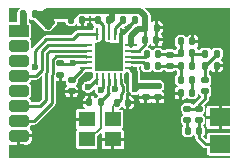
<source format=gbr>
%TF.GenerationSoftware,KiCad,Pcbnew,6.0.11-2627ca5db0~126~ubuntu22.04.1*%
%TF.CreationDate,2023-09-01T15:42:55+02:00*%
%TF.ProjectId,CC1101_868MHz_RF_Modul_FUEL4EP,43433131-3031-45f3-9836-384d487a5f52,1.3*%
%TF.SameCoordinates,Original*%
%TF.FileFunction,Copper,L1,Top*%
%TF.FilePolarity,Positive*%
%FSLAX46Y46*%
G04 Gerber Fmt 4.6, Leading zero omitted, Abs format (unit mm)*
G04 Created by KiCad (PCBNEW 6.0.11-2627ca5db0~126~ubuntu22.04.1) date 2023-09-01 15:42:55*
%MOMM*%
%LPD*%
G01*
G04 APERTURE LIST*
G04 Aperture macros list*
%AMRoundRect*
0 Rectangle with rounded corners*
0 $1 Rounding radius*
0 $2 $3 $4 $5 $6 $7 $8 $9 X,Y pos of 4 corners*
0 Add a 4 corners polygon primitive as box body*
4,1,4,$2,$3,$4,$5,$6,$7,$8,$9,$2,$3,0*
0 Add four circle primitives for the rounded corners*
1,1,$1+$1,$2,$3*
1,1,$1+$1,$4,$5*
1,1,$1+$1,$6,$7*
1,1,$1+$1,$8,$9*
0 Add four rect primitives between the rounded corners*
20,1,$1+$1,$2,$3,$4,$5,0*
20,1,$1+$1,$4,$5,$6,$7,0*
20,1,$1+$1,$6,$7,$8,$9,0*
20,1,$1+$1,$8,$9,$2,$3,0*%
G04 Aperture macros list end*
%TA.AperFunction,SMDPad,CuDef*%
%ADD10RoundRect,0.147500X-0.147500X-0.172500X0.147500X-0.172500X0.147500X0.172500X-0.147500X0.172500X0*%
%TD*%
%TA.AperFunction,SMDPad,CuDef*%
%ADD11RoundRect,0.140000X0.140000X0.170000X-0.140000X0.170000X-0.140000X-0.170000X0.140000X-0.170000X0*%
%TD*%
%TA.AperFunction,SMDPad,CuDef*%
%ADD12RoundRect,0.140000X-0.140000X-0.170000X0.140000X-0.170000X0.140000X0.170000X-0.140000X0.170000X0*%
%TD*%
%TA.AperFunction,CastellatedPad*%
%ADD13RoundRect,0.250000X-0.600000X-0.250000X0.600000X-0.250000X0.600000X0.250000X-0.600000X0.250000X0*%
%TD*%
%TA.AperFunction,SMDPad,CuDef*%
%ADD14RoundRect,0.147500X-0.172500X0.147500X-0.172500X-0.147500X0.172500X-0.147500X0.172500X0.147500X0*%
%TD*%
%TA.AperFunction,SMDPad,CuDef*%
%ADD15RoundRect,0.140000X0.170000X-0.140000X0.170000X0.140000X-0.170000X0.140000X-0.170000X-0.140000X0*%
%TD*%
%TA.AperFunction,CastellatedPad*%
%ADD16R,1.800000X1.500000*%
%TD*%
%TA.AperFunction,SMDPad,CuDef*%
%ADD17RoundRect,0.140000X-0.170000X0.140000X-0.170000X-0.140000X0.170000X-0.140000X0.170000X0.140000X0*%
%TD*%
%TA.AperFunction,SMDPad,CuDef*%
%ADD18RoundRect,0.135000X0.135000X0.185000X-0.135000X0.185000X-0.135000X-0.185000X0.135000X-0.185000X0*%
%TD*%
%TA.AperFunction,SMDPad,CuDef*%
%ADD19R,1.400000X1.200000*%
%TD*%
%TA.AperFunction,CastellatedPad*%
%ADD20R,1.700000X1.000000*%
%TD*%
%TA.AperFunction,SMDPad,CuDef*%
%ADD21RoundRect,0.062500X-0.425000X-0.062500X0.425000X-0.062500X0.425000X0.062500X-0.425000X0.062500X0*%
%TD*%
%TA.AperFunction,SMDPad,CuDef*%
%ADD22RoundRect,0.062500X-0.062500X-0.425000X0.062500X-0.425000X0.062500X0.425000X-0.062500X0.425000X0*%
%TD*%
%TA.AperFunction,ComponentPad*%
%ADD23C,0.500000*%
%TD*%
%TA.AperFunction,SMDPad,CuDef*%
%ADD24R,2.400000X2.400000*%
%TD*%
%TA.AperFunction,ViaPad*%
%ADD25C,0.600000*%
%TD*%
%TA.AperFunction,Conductor*%
%ADD26C,0.250000*%
%TD*%
%TA.AperFunction,Conductor*%
%ADD27C,0.200000*%
%TD*%
%TA.AperFunction,Conductor*%
%ADD28C,0.500000*%
%TD*%
%TA.AperFunction,Conductor*%
%ADD29C,0.600000*%
%TD*%
G04 APERTURE END LIST*
D10*
%TO.P,L1,1,1*%
%TO.N,Net-(L1-Pad1)*%
X11794000Y8892800D03*
%TO.P,L1,2,2*%
%TO.N,Net-(C1-Pad1)*%
X12764000Y8892800D03*
%TD*%
D11*
%TO.P,C14,1*%
%TO.N,VDDA*%
X8608000Y11811000D03*
%TO.P,C14,2*%
%TO.N,GND*%
X7648000Y11811000D03*
%TD*%
D10*
%TO.P,L7,1,1*%
%TO.N,Net-(C6-Pad1)*%
X15263000Y2413000D03*
%TO.P,L7,2,2*%
%TO.N,Net-(C7-Pad1)*%
X16233000Y2413000D03*
%TD*%
%TO.P,L3,1,1*%
%TO.N,Net-(C2-Pad1)*%
X14695600Y6731400D03*
%TO.P,L3,2,2*%
%TO.N,Net-(C3-Pad2)*%
X15665600Y6731400D03*
%TD*%
%TO.P,L2,1,1*%
%TO.N,Net-(L2-Pad1)*%
X11794000Y7902800D03*
%TO.P,L2,2,2*%
%TO.N,Net-(C2-Pad1)*%
X12764000Y7902800D03*
%TD*%
D11*
%TO.P,C5,1*%
%TO.N,GND*%
X17704200Y7925200D03*
%TO.P,C5,2*%
%TO.N,Net-(C5-Pad2)*%
X16744200Y7925200D03*
%TD*%
D12*
%TO.P,C3,1*%
%TO.N,GND*%
X14680600Y5613800D03*
%TO.P,C3,2*%
%TO.N,Net-(C3-Pad2)*%
X15640600Y5613800D03*
%TD*%
D13*
%TO.P,JC5,1,Pin_1*%
%TO.N,/MOSI*%
X950000Y5810000D03*
%TD*%
D14*
%TO.P,L6,1,1*%
%TO.N,Net-(C5-Pad2)*%
X16750000Y6735000D03*
%TO.P,L6,2,2*%
%TO.N,Net-(C6-Pad2)*%
X16750000Y5765000D03*
%TD*%
D15*
%TO.P,C2,1*%
%TO.N,Net-(C2-Pad1)*%
X13729000Y7904800D03*
%TO.P,C2,2*%
%TO.N,Net-(C1-Pad1)*%
X13729000Y8864800D03*
%TD*%
D16*
%TO.P,JA1,1,Pin_1*%
%TO.N,GND*%
X18000000Y3550000D03*
%TD*%
D13*
%TO.P,JC8,1,Pin_1*%
%TO.N,GND*%
X950000Y2000000D03*
%TD*%
D15*
%TO.P,C7,1*%
%TO.N,Net-(C7-Pad1)*%
X16200000Y3330000D03*
%TO.P,C7,2*%
%TO.N,Net-(C6-Pad2)*%
X16200000Y4290000D03*
%TD*%
D17*
%TO.P,C16,1*%
%TO.N,Net-(C16-Pad1)*%
X5435600Y6728400D03*
%TO.P,C16,2*%
%TO.N,GND*%
X5435600Y5768400D03*
%TD*%
D18*
%TO.P,R1,1*%
%TO.N,GND*%
X10797000Y11811000D03*
%TO.P,R1,2*%
%TO.N,Net-(R1-Pad2)*%
X9777000Y11811000D03*
%TD*%
D17*
%TO.P,C15,1*%
%TO.N,VDDA*%
X11725000Y6230000D03*
%TO.P,C15,2*%
%TO.N,GND*%
X11725000Y5270000D03*
%TD*%
%TO.P,C17,1*%
%TO.N,VDDA*%
X12725000Y6230000D03*
%TO.P,C17,2*%
%TO.N,GND*%
X12725000Y5270000D03*
%TD*%
D16*
%TO.P,JA2,1,Pin_1*%
%TO.N,Net-(C7-Pad1)*%
X18000000Y1270000D03*
%TD*%
D10*
%TO.P,L4,1,1*%
%TO.N,Net-(C1-Pad1)*%
X14695600Y8966600D03*
%TO.P,L4,2,2*%
%TO.N,Net-(C4-Pad2)*%
X15665600Y8966600D03*
%TD*%
D19*
%TO.P,Y1,1,1*%
%TO.N,Net-(C8-Pad2)*%
X6723200Y1690000D03*
%TO.P,Y1,2,2*%
%TO.N,GND*%
X8923200Y1690000D03*
%TO.P,Y1,3,3*%
%TO.N,Net-(C9-Pad2)*%
X8923200Y3390000D03*
%TO.P,Y1,4,4*%
%TO.N,GND*%
X6723200Y3390000D03*
%TD*%
D17*
%TO.P,C13,1*%
%TO.N,VDDA*%
X4470400Y8113600D03*
%TO.P,C13,2*%
%TO.N,GND*%
X4470400Y7153600D03*
%TD*%
D12*
%TO.P,C10,1*%
%TO.N,VDDA*%
X5393000Y11811000D03*
%TO.P,C10,2*%
%TO.N,GND*%
X6353000Y11811000D03*
%TD*%
%TO.P,C4,1*%
%TO.N,Net-(C2-Pad1)*%
X14680600Y7899800D03*
%TO.P,C4,2*%
%TO.N,Net-(C4-Pad2)*%
X15640600Y7899800D03*
%TD*%
D13*
%TO.P,JC6,1,Pin_1*%
%TO.N,/MISO{slash}GDO1*%
X950000Y4540000D03*
%TD*%
D10*
%TO.P,FB1,1*%
%TO.N,/VDD*%
X1340000Y12275000D03*
%TO.P,FB1,2*%
%TO.N,VDDA*%
X2310000Y12275000D03*
%TD*%
D12*
%TO.P,C12,1*%
%TO.N,VDDA*%
X11670000Y11150000D03*
%TO.P,C12,2*%
%TO.N,GND*%
X12630000Y11150000D03*
%TD*%
D13*
%TO.P,JC3,1,Pin_1*%
%TO.N,/~{CS}*%
X950000Y8350000D03*
%TD*%
%TO.P,JC2,1,Pin_1*%
%TO.N,/GDO0*%
X950000Y9620000D03*
%TD*%
D20*
%TO.P,JC1,1,Pin_1*%
%TO.N,/VDD*%
X950000Y10890000D03*
%TD*%
D10*
%TO.P,L5,1,1*%
%TO.N,Net-(C4-Pad2)*%
X16759200Y8941200D03*
%TO.P,L5,2,2*%
%TO.N,Net-(C5-Pad2)*%
X17729200Y8941200D03*
%TD*%
D12*
%TO.P,C11,1*%
%TO.N,VDDA*%
X11645000Y10125000D03*
%TO.P,C11,2*%
%TO.N,GND*%
X12605000Y10125000D03*
%TD*%
%TO.P,C8,1*%
%TO.N,GND*%
X6936800Y4826000D03*
%TO.P,C8,2*%
%TO.N,Net-(C8-Pad2)*%
X7896800Y4826000D03*
%TD*%
%TO.P,C1,1*%
%TO.N,Net-(C1-Pad1)*%
X14680600Y9982600D03*
%TO.P,C1,2*%
%TO.N,GND*%
X15640600Y9982600D03*
%TD*%
D15*
%TO.P,C6,1*%
%TO.N,Net-(C6-Pad1)*%
X15240000Y3330000D03*
%TO.P,C6,2*%
%TO.N,Net-(C6-Pad2)*%
X15240000Y4290000D03*
%TD*%
D11*
%TO.P,C9,1*%
%TO.N,GND*%
X10205000Y4801000D03*
%TO.P,C9,2*%
%TO.N,Net-(C9-Pad2)*%
X9245000Y4801000D03*
%TD*%
D13*
%TO.P,JC4,1,Pin_1*%
%TO.N,/SCK*%
X950000Y7080000D03*
%TD*%
D21*
%TO.P,U1,1,SCLK*%
%TO.N,/SCK*%
X6691500Y9702800D03*
%TO.P,U1,2,SO/GDO1*%
%TO.N,/MISO{slash}GDO1*%
X6691500Y9202800D03*
%TO.P,U1,3,GDO2*%
%TO.N,/GDO2*%
X6691500Y8702800D03*
%TO.P,U1,4,DVDD*%
%TO.N,VDDA*%
X6691500Y8202800D03*
%TO.P,U1,5,DCOUPL*%
%TO.N,Net-(C16-Pad1)*%
X6691500Y7702800D03*
D22*
%TO.P,U1,6,GDO0*%
%TO.N,/GDO0*%
X7579000Y6815300D03*
%TO.P,U1,7,~{CS}*%
%TO.N,/~{CS}*%
X8079000Y6815300D03*
%TO.P,U1,8,XOSC_Q1*%
%TO.N,Net-(C8-Pad2)*%
X8579000Y6815300D03*
%TO.P,U1,9,AVDD1*%
%TO.N,VDDA*%
X9079000Y6815300D03*
%TO.P,U1,10,XOSC_Q2*%
%TO.N,Net-(C9-Pad2)*%
X9579000Y6815300D03*
D21*
%TO.P,U1,11,AVDD2*%
%TO.N,VDDA*%
X10466500Y7702800D03*
%TO.P,U1,12,RF_P*%
%TO.N,Net-(L2-Pad1)*%
X10466500Y8202800D03*
%TO.P,U1,13,RF_N*%
%TO.N,Net-(L1-Pad1)*%
X10466500Y8702800D03*
%TO.P,U1,14,AVDD3*%
%TO.N,VDDA*%
X10466500Y9202800D03*
%TO.P,U1,15,AVDD4*%
X10466500Y9702800D03*
D22*
%TO.P,U1,16,GND1*%
%TO.N,GND*%
X9579000Y10590300D03*
%TO.P,U1,17,RBIAS*%
%TO.N,Net-(R1-Pad2)*%
X9079000Y10590300D03*
%TO.P,U1,18,DGUARD*%
%TO.N,VDDA*%
X8579000Y10590300D03*
%TO.P,U1,19,GND2*%
%TO.N,GND*%
X8079000Y10590300D03*
%TO.P,U1,20,SI*%
%TO.N,/MOSI*%
X7579000Y10590300D03*
D23*
%TO.P,U1,21,GND3*%
%TO.N,GND*%
X7629000Y7752800D03*
X9529000Y9652800D03*
X7629000Y9652800D03*
X8579000Y7752800D03*
X8579000Y8702800D03*
X8579000Y9652800D03*
X9529000Y8702800D03*
D24*
X8579000Y8702800D03*
D23*
X7629000Y8702800D03*
X9529000Y7752800D03*
%TD*%
D13*
%TO.P,JC7,1,Pin_1*%
%TO.N,/GDO2*%
X950000Y3270000D03*
%TD*%
D25*
%TO.N,GND*%
X14224000Y1524000D03*
X500000Y12050000D03*
X14732000Y12192000D03*
X12954000Y1524000D03*
X4318000Y1016000D03*
X6604000Y508000D03*
X8890000Y508000D03*
X6985000Y11303000D03*
X4318000Y2540000D03*
X3556000Y3556000D03*
X10922000Y2286000D03*
X2794000Y1016000D03*
X18542000Y8890000D03*
X12192000Y2286000D03*
X5461000Y4572000D03*
X17780000Y11176000D03*
X10922000Y3302000D03*
X10922000Y508000D03*
X13475000Y7050000D03*
X13462000Y2286000D03*
X16764000Y10160000D03*
X12500000Y7025000D03*
X15748000Y12192000D03*
X9780000Y10794000D03*
X11200000Y4475000D03*
X16764000Y11176000D03*
X5334000Y3302000D03*
X18542000Y7874000D03*
X13550000Y10175000D03*
X18237200Y5029200D03*
X14732000Y11176000D03*
X15748000Y11176000D03*
X17780000Y10160000D03*
X16764000Y12192000D03*
X2450000Y5700000D03*
X13550000Y11176000D03*
X5334000Y10922000D03*
X18237200Y6096000D03*
X18288000Y7112000D03*
X2727589Y2540000D03*
X13462000Y3302000D03*
X13175000Y4450000D03*
X4346102Y4561781D03*
X13716000Y12192000D03*
X11550000Y7050000D03*
X12700000Y12200000D03*
X10160000Y1778000D03*
X13716000Y5588000D03*
X17780000Y12192000D03*
X1270000Y1016000D03*
X15621000Y508000D03*
X2375000Y10775000D03*
X16510000Y508000D03*
X5334000Y1778000D03*
X11557000Y1524000D03*
X4592391Y11199563D03*
X10375000Y3875000D03*
X12225000Y4425000D03*
X12192000Y3302000D03*
%TO.N,/GDO0*%
X6829400Y6121800D03*
%TO.N,/MOSI*%
X2300000Y7850000D03*
%TO.N,/~{CS}*%
X7880500Y5881339D03*
%TO.N,VDDA*%
X5514282Y8114709D03*
X9129500Y5929100D03*
X3403600Y11328400D03*
X10769600Y5943600D03*
%TD*%
D26*
%TO.N,GND*%
X8079000Y9799247D02*
X8225447Y9652800D01*
X8079000Y10590300D02*
X8079000Y9799247D01*
X9780000Y10794000D02*
X10797000Y11811000D01*
X9579000Y10590300D02*
X9579000Y9702800D01*
X9579000Y10593000D02*
X9780000Y10794000D01*
X8079000Y10590300D02*
X8079000Y11380000D01*
X8079000Y11380000D02*
X7648000Y11811000D01*
%TO.N,Net-(C1-Pad1)*%
X13729000Y8864800D02*
X14593800Y8864800D01*
X12764000Y8892800D02*
X13701000Y8892800D01*
X14695600Y8966600D02*
X14695600Y9967600D01*
%TO.N,Net-(C2-Pad1)*%
X14680600Y7899800D02*
X14680600Y6746400D01*
X13729000Y7904800D02*
X14675600Y7904800D01*
X12764000Y7902800D02*
X13727000Y7902800D01*
%TO.N,Net-(C3-Pad2)*%
X15665600Y6731400D02*
X15665600Y5638800D01*
%TO.N,Net-(C4-Pad2)*%
X15773800Y8950400D02*
X16750000Y8950400D01*
X15640600Y7899800D02*
X15640600Y8941600D01*
%TO.N,Net-(C5-Pad2)*%
X16750000Y6735000D02*
X16750000Y7919400D01*
X17729200Y8922984D02*
X16744200Y7937984D01*
%TO.N,Net-(C6-Pad1)*%
X15240000Y3330000D02*
X15240000Y2436000D01*
%TO.N,Net-(C6-Pad2)*%
X16200000Y4605000D02*
X16750000Y5155000D01*
X15240000Y4290000D02*
X16200000Y4290000D01*
X16200000Y4290000D02*
X16200000Y4605000D01*
X16750000Y5765000D02*
X16750000Y5155000D01*
%TO.N,Net-(C7-Pad1)*%
X16233000Y1817000D02*
X16780000Y1270000D01*
X16200000Y3330000D02*
X16200000Y2446000D01*
X16233000Y2413000D02*
X16233000Y1817000D01*
X16780000Y1270000D02*
X17900000Y1270000D01*
%TO.N,Net-(C8-Pad2)*%
X8559111Y5616311D02*
X7743800Y4801000D01*
X8505000Y6187777D02*
X8505000Y5670423D01*
X8505000Y5670423D02*
X8559111Y5616311D01*
X8579000Y6815300D02*
X8579000Y6261777D01*
D27*
X7896800Y4826000D02*
X7896800Y2663600D01*
D26*
X8579000Y6261777D02*
X8505000Y6187777D01*
D27*
X7896800Y2663600D02*
X6923200Y1690000D01*
D26*
%TO.N,/SCK*%
X2413177Y7080000D02*
X1400000Y7080000D01*
X6691500Y9702800D02*
X3453020Y9702800D01*
X2924500Y9174280D02*
X2924500Y7591323D01*
X2924500Y7591323D02*
X2413177Y7080000D01*
X3453020Y9702800D02*
X2924500Y9174280D01*
%TO.N,/GDO0*%
X6885500Y6121800D02*
X6829400Y6121800D01*
X7579000Y6815300D02*
X6885500Y6121800D01*
%TO.N,/MOSI*%
X5947170Y10590300D02*
X5516870Y10160000D01*
X3274530Y10160000D02*
X2300000Y9185470D01*
X2300000Y9185470D02*
X2300000Y7850000D01*
X5516870Y10160000D02*
X3274530Y10160000D01*
X7579000Y10590300D02*
X5947170Y10590300D01*
%TO.N,/GDO2*%
X2254000Y3270000D02*
X1400000Y3270000D01*
X3823502Y7218945D02*
X3759200Y7154643D01*
X6691500Y8702800D02*
X6641001Y8753299D01*
X3823502Y8434311D02*
X3823502Y7218945D01*
X4142490Y8753299D02*
X3823502Y8434311D01*
X6641001Y8753299D02*
X4142490Y8753299D01*
X3759200Y7154643D02*
X3759200Y4775200D01*
X3759200Y4775200D02*
X2254000Y3270000D01*
%TO.N,Net-(C9-Pad2)*%
X9754000Y6187777D02*
X9754000Y5670423D01*
X9579000Y6362777D02*
X9754000Y6187777D01*
D27*
X8923200Y3390000D02*
X8923200Y4479200D01*
X8923200Y4479200D02*
X9245000Y4801000D01*
D26*
X9579000Y5495423D02*
X9579000Y5135000D01*
X9579000Y6815300D02*
X9579000Y6362777D01*
X9579000Y5135000D02*
X9245000Y4801000D01*
X9754000Y5670423D02*
X9579000Y5495423D01*
%TO.N,Net-(L1-Pad1)*%
X10466500Y8702800D02*
X11604000Y8702800D01*
X11604000Y8702800D02*
X11794000Y8892800D01*
%TO.N,Net-(L2-Pad1)*%
X11494000Y8202800D02*
X11794000Y7902800D01*
X10466500Y8202800D02*
X11494000Y8202800D01*
%TO.N,Net-(R1-Pad2)*%
X9079000Y10590300D02*
X9079000Y11125808D01*
X9079000Y11125808D02*
X9764192Y11811000D01*
%TO.N,/~{CS}*%
X8055499Y6791799D02*
X8055499Y6056338D01*
X8079000Y6815300D02*
X8055499Y6791799D01*
X8055499Y6056338D02*
X7880500Y5881339D01*
D28*
%TO.N,VDDA*%
X11725000Y6230000D02*
X11056000Y6230000D01*
D26*
X11645000Y10125000D02*
X11645000Y9745000D01*
D28*
X3683000Y11938000D02*
X3838200Y12093200D01*
D26*
X9079000Y6815300D02*
X9079000Y5907000D01*
X11645000Y9745000D02*
X11102800Y9202800D01*
D29*
X2310000Y12275000D02*
X3015800Y12275000D01*
D28*
X3683000Y11607800D02*
X3683000Y11938000D01*
X10769600Y7399700D02*
X10541000Y7628300D01*
D26*
X9093200Y5892800D02*
X9129500Y5929100D01*
D29*
X5211200Y12275000D02*
X5393000Y12093200D01*
D28*
X5978614Y12581000D02*
X3321800Y12581000D01*
D26*
X5602373Y8202800D02*
X5514282Y8114709D01*
D28*
X5978614Y12581000D02*
X9025000Y12581000D01*
D26*
X6691500Y8202800D02*
X5602373Y8202800D01*
D28*
X11561500Y11041500D02*
X11670000Y11150000D01*
D26*
X4572000Y8100000D02*
X5499573Y8100000D01*
X11670000Y11150000D02*
X11670000Y10150000D01*
D28*
X10466500Y9702800D02*
X10466500Y10466500D01*
D29*
X2310000Y12275000D02*
X2457000Y12275000D01*
D28*
X11221400Y12581000D02*
X11670000Y12132400D01*
X8862000Y11811000D02*
X8862000Y12418000D01*
X5393000Y11995386D02*
X5978614Y12581000D01*
X11056000Y6230000D02*
X10769600Y5943600D01*
D27*
X8579000Y10590300D02*
X8579000Y11782000D01*
D29*
X2457000Y12275000D02*
X3403600Y11328400D01*
D28*
X10769600Y5943600D02*
X10769600Y7399700D01*
X10466500Y10466500D02*
X11041500Y11041500D01*
X3321800Y12581000D02*
X3015800Y12275000D01*
D29*
X3015800Y12275000D02*
X3683000Y11607800D01*
D26*
X9079000Y5907000D02*
X9093200Y5892800D01*
D28*
X5393000Y11811000D02*
X5393000Y11995386D01*
X9025000Y12581000D02*
X11221400Y12581000D01*
X8862000Y12418000D02*
X9025000Y12581000D01*
X11041500Y11041500D02*
X11561500Y11041500D01*
X3403600Y11328400D02*
X3683000Y11607800D01*
D26*
X11102800Y9202800D02*
X10466500Y9202800D01*
X5499573Y8100000D02*
X5514282Y8114709D01*
D28*
X12725000Y6230000D02*
X11725000Y6230000D01*
X11670000Y12132400D02*
X11670000Y11150000D01*
X3838200Y12093200D02*
X5393000Y12093200D01*
D29*
X3015800Y12275000D02*
X5211200Y12275000D01*
D26*
%TO.N,Net-(C16-Pad1)*%
X6200600Y7493400D02*
X5435600Y6728400D01*
X6429200Y7702800D02*
X6219800Y7493400D01*
X6219800Y7493400D02*
X6200600Y7493400D01*
%TO.N,/MISO{slash}GDO1*%
X2762000Y4540000D02*
X1400000Y4540000D01*
X3374001Y7405134D02*
X3251200Y7282333D01*
X3251200Y5029200D02*
X2762000Y4540000D01*
X6691500Y9202800D02*
X3588710Y9202800D01*
X3251200Y7282333D02*
X3251200Y5029200D01*
X3374001Y8988091D02*
X3374001Y7405134D01*
X3588710Y9202800D02*
X3374001Y8988091D01*
D29*
%TO.N,/VDD*%
X1300000Y10890000D02*
X1300000Y12235000D01*
X1300000Y12235000D02*
X1340000Y12275000D01*
%TD*%
%TA.AperFunction,Conductor*%
%TO.N,GND*%
G36*
X11280194Y7858994D02*
G01*
X11298500Y7814800D01*
X11298500Y7697314D01*
X11298831Y7695067D01*
X11298831Y7695064D01*
X11300150Y7686105D01*
X11308569Y7628916D01*
X11359628Y7524920D01*
X11363280Y7521274D01*
X11363281Y7521273D01*
X11437966Y7446718D01*
X11437968Y7446716D01*
X11441621Y7443070D01*
X11446261Y7440802D01*
X11540964Y7394510D01*
X11545706Y7392192D01*
X11550509Y7391491D01*
X11550510Y7391491D01*
X11565523Y7389301D01*
X11613514Y7382300D01*
X11974486Y7382300D01*
X11976733Y7382631D01*
X11976736Y7382631D01*
X12000722Y7386162D01*
X12042884Y7392369D01*
X12146880Y7443428D01*
X12154128Y7450688D01*
X12191414Y7488040D01*
X12228730Y7525421D01*
X12229422Y7526837D01*
X12268681Y7551370D01*
X12315291Y7540612D01*
X12328299Y7527628D01*
X12329628Y7524920D01*
X12333281Y7521273D01*
X12333282Y7521272D01*
X12407966Y7446718D01*
X12407968Y7446716D01*
X12411621Y7443070D01*
X12416261Y7440802D01*
X12510964Y7394510D01*
X12515706Y7392192D01*
X12520509Y7391491D01*
X12520510Y7391491D01*
X12535523Y7389301D01*
X12583514Y7382300D01*
X12944486Y7382300D01*
X12946733Y7382631D01*
X12946736Y7382631D01*
X12970722Y7386162D01*
X13012884Y7392369D01*
X13116880Y7443428D01*
X13123884Y7450444D01*
X13195082Y7521766D01*
X13195084Y7521768D01*
X13198730Y7525421D01*
X13200998Y7530061D01*
X13203998Y7534267D01*
X13206380Y7532568D01*
X13234928Y7557773D01*
X13282672Y7554803D01*
X13299409Y7542851D01*
X13360684Y7481576D01*
X13365639Y7479266D01*
X13365641Y7479264D01*
X13405590Y7460636D01*
X13469513Y7430828D01*
X13486512Y7428590D01*
X13517068Y7424567D01*
X13517074Y7424567D01*
X13519099Y7424300D01*
X13521146Y7424300D01*
X13729565Y7424301D01*
X13938900Y7424301D01*
X13940912Y7424566D01*
X13940915Y7424566D01*
X13983747Y7430204D01*
X13983748Y7430204D01*
X13988487Y7430828D01*
X14015508Y7443428D01*
X14092359Y7479264D01*
X14092361Y7479266D01*
X14097316Y7481576D01*
X14160025Y7544285D01*
X14204219Y7562591D01*
X14248413Y7544285D01*
X14255151Y7536257D01*
X14257376Y7531484D01*
X14336794Y7452066D01*
X14355100Y7407872D01*
X14355100Y7229031D01*
X14336833Y7184875D01*
X14264518Y7112434D01*
X14264516Y7112432D01*
X14260870Y7108779D01*
X14209992Y7004694D01*
X14200100Y6936886D01*
X14200100Y6525914D01*
X14200431Y6523667D01*
X14200431Y6523664D01*
X14203168Y6505076D01*
X14210169Y6457516D01*
X14261228Y6353520D01*
X14264880Y6349874D01*
X14264881Y6349873D01*
X14339566Y6275318D01*
X14339568Y6275316D01*
X14343221Y6271670D01*
X14370582Y6258296D01*
X14377210Y6255056D01*
X14408876Y6219202D01*
X14405914Y6171458D01*
X14378137Y6143217D01*
X14310508Y6108759D01*
X14302648Y6103048D01*
X14221352Y6021752D01*
X14215641Y6013891D01*
X14163447Y5911455D01*
X14160443Y5902211D01*
X14146984Y5817234D01*
X14146600Y5812347D01*
X14146600Y5753231D01*
X14150241Y5744441D01*
X14159031Y5740800D01*
X14745100Y5740800D01*
X14789294Y5722494D01*
X14807600Y5678300D01*
X14807600Y5062232D01*
X14811241Y5053442D01*
X14820031Y5049801D01*
X14849146Y5049801D01*
X14854034Y5050186D01*
X14939012Y5063644D01*
X14948253Y5066646D01*
X15050691Y5118841D01*
X15058552Y5124552D01*
X15139847Y5205847D01*
X15146138Y5214506D01*
X15186925Y5239500D01*
X15233438Y5228334D01*
X15240896Y5221964D01*
X15302284Y5160576D01*
X15307239Y5158266D01*
X15307241Y5158264D01*
X15347784Y5139359D01*
X15411113Y5109828D01*
X15428112Y5107590D01*
X15458668Y5103567D01*
X15458674Y5103567D01*
X15460699Y5103300D01*
X15462746Y5103300D01*
X15641084Y5103301D01*
X15820500Y5103301D01*
X15822512Y5103566D01*
X15822515Y5103566D01*
X15865347Y5109204D01*
X15865348Y5109204D01*
X15870087Y5109828D01*
X15916865Y5131641D01*
X15973959Y5158264D01*
X15973961Y5158266D01*
X15978916Y5160576D01*
X16063824Y5245484D01*
X16066134Y5250439D01*
X16066136Y5250441D01*
X16094608Y5311500D01*
X16114572Y5354313D01*
X16118791Y5386359D01*
X16120833Y5401868D01*
X16120833Y5401874D01*
X16121100Y5403899D01*
X16121100Y5488298D01*
X16139406Y5532492D01*
X16183600Y5550798D01*
X16227794Y5532492D01*
X16239703Y5515843D01*
X16290628Y5412120D01*
X16294280Y5408474D01*
X16294281Y5408473D01*
X16372621Y5330270D01*
X16371110Y5328756D01*
X16392360Y5294740D01*
X16381594Y5248131D01*
X16374910Y5240237D01*
X15981819Y4847145D01*
X15977799Y4843461D01*
X15946806Y4817455D01*
X15930613Y4789406D01*
X15926576Y4782414D01*
X15923657Y4777832D01*
X15910678Y4759296D01*
X15885897Y4738504D01*
X15836643Y4715537D01*
X15836642Y4715536D01*
X15831684Y4713224D01*
X15764194Y4645734D01*
X15720000Y4627428D01*
X15675806Y4645734D01*
X15608316Y4713224D01*
X15603361Y4715534D01*
X15603359Y4715536D01*
X15537185Y4746393D01*
X15499487Y4763972D01*
X15482488Y4766210D01*
X15451932Y4770233D01*
X15451926Y4770233D01*
X15449901Y4770500D01*
X15447854Y4770500D01*
X15239435Y4770499D01*
X15030100Y4770499D01*
X15028088Y4770234D01*
X15028085Y4770234D01*
X14985253Y4764596D01*
X14985252Y4764596D01*
X14980513Y4763972D01*
X14976179Y4761951D01*
X14876641Y4715536D01*
X14876639Y4715534D01*
X14871684Y4713224D01*
X14786776Y4628316D01*
X14784466Y4623361D01*
X14784464Y4623359D01*
X14772536Y4597779D01*
X14736028Y4519487D01*
X14729500Y4469901D01*
X14729501Y4110100D01*
X14729766Y4108088D01*
X14729766Y4108085D01*
X14733059Y4083067D01*
X14736028Y4060513D01*
X14738049Y4056180D01*
X14738049Y4056179D01*
X14784464Y3956641D01*
X14784466Y3956639D01*
X14786776Y3951684D01*
X14871684Y3866776D01*
X14876641Y3864464D01*
X14881119Y3861329D01*
X14879265Y3858681D01*
X14904286Y3831370D01*
X14902195Y3783581D01*
X14879540Y3760926D01*
X14881119Y3758671D01*
X14876641Y3755536D01*
X14871684Y3753224D01*
X14786776Y3668316D01*
X14784466Y3663361D01*
X14784464Y3663359D01*
X14772309Y3637291D01*
X14736028Y3559487D01*
X14735404Y3554747D01*
X14735404Y3554746D01*
X14730435Y3517000D01*
X14729500Y3509901D01*
X14729501Y3150100D01*
X14736028Y3100513D01*
X14738049Y3096180D01*
X14738049Y3096179D01*
X14784464Y2996641D01*
X14784466Y2996639D01*
X14786776Y2991684D01*
X14863950Y2914510D01*
X14882256Y2870316D01*
X14863988Y2826160D01*
X14831921Y2794037D01*
X14831919Y2794035D01*
X14828270Y2790379D01*
X14818432Y2770252D01*
X14779812Y2691244D01*
X14777392Y2686294D01*
X14767500Y2618486D01*
X14767500Y2207514D01*
X14777569Y2139116D01*
X14828628Y2035120D01*
X14832280Y2031474D01*
X14832281Y2031473D01*
X14906966Y1956918D01*
X14906968Y1956916D01*
X14910621Y1953270D01*
X14915261Y1951002D01*
X15009964Y1904710D01*
X15014706Y1902392D01*
X15019509Y1901691D01*
X15019510Y1901691D01*
X15040265Y1898663D01*
X15082514Y1892500D01*
X15443486Y1892500D01*
X15445733Y1892831D01*
X15445736Y1892831D01*
X15469722Y1896362D01*
X15511884Y1902569D01*
X15615880Y1953628D01*
X15627760Y1965528D01*
X15694080Y2031965D01*
X15697730Y2035621D01*
X15698422Y2037037D01*
X15737681Y2061570D01*
X15784291Y2050812D01*
X15797299Y2037828D01*
X15798628Y2035120D01*
X15880621Y1953270D01*
X15882095Y1952550D01*
X15906643Y1913264D01*
X15907500Y1902949D01*
X15907500Y1833941D01*
X15907262Y1828494D01*
X15903736Y1788193D01*
X15905151Y1782913D01*
X15905151Y1782911D01*
X15914207Y1749117D01*
X15915387Y1743796D01*
X15922412Y1703955D01*
X15925145Y1699221D01*
X15925147Y1699216D01*
X15925568Y1698487D01*
X15931812Y1683414D01*
X15933446Y1677316D01*
X15936580Y1672841D01*
X15936580Y1672840D01*
X15956650Y1644178D01*
X15959575Y1639586D01*
X15979806Y1604545D01*
X15983995Y1601030D01*
X16010802Y1578536D01*
X16014822Y1574852D01*
X16537854Y1051820D01*
X16541538Y1047800D01*
X16567545Y1016806D01*
X16602586Y996575D01*
X16607178Y993650D01*
X16618425Y985775D01*
X16640316Y970446D01*
X16645593Y969032D01*
X16645595Y969031D01*
X16646414Y968812D01*
X16661487Y962568D01*
X16662216Y962147D01*
X16662221Y962145D01*
X16666955Y959412D01*
X16706796Y952387D01*
X16712117Y951207D01*
X16745911Y942151D01*
X16745913Y942151D01*
X16751193Y940736D01*
X16791497Y944262D01*
X16796945Y944500D01*
X16837000Y944500D01*
X16881194Y926194D01*
X16899500Y882000D01*
X16899500Y500252D01*
X16911133Y441769D01*
X16955448Y375448D01*
X16960562Y372031D01*
X17016653Y334551D01*
X17016655Y334550D01*
X17021769Y331133D01*
X17027803Y329933D01*
X17027805Y329932D01*
X17077239Y320099D01*
X17077242Y320099D01*
X17080252Y319500D01*
X18784300Y319500D01*
X18828494Y301194D01*
X18846800Y257000D01*
X18846800Y214900D01*
X18828494Y170706D01*
X18784300Y152400D01*
X214900Y152400D01*
X170706Y170706D01*
X152400Y214900D01*
X152400Y1195604D01*
X170706Y1239798D01*
X214900Y1258104D01*
X233135Y1254799D01*
X233177Y1254977D01*
X236458Y1254197D01*
X236833Y1254129D01*
X236987Y1254071D01*
X244556Y1252272D01*
X300608Y1246183D01*
X303976Y1246000D01*
X810569Y1246000D01*
X819359Y1249641D01*
X823000Y1258431D01*
X823000Y1258432D01*
X1077000Y1258432D01*
X1080641Y1249642D01*
X1089431Y1246001D01*
X1596018Y1246001D01*
X1599388Y1246183D01*
X1655443Y1252272D01*
X1663012Y1254071D01*
X1790351Y1301808D01*
X1798086Y1306043D01*
X1906487Y1387285D01*
X1912715Y1393513D01*
X1993957Y1501914D01*
X1998192Y1509649D01*
X2045930Y1636992D01*
X2047728Y1644556D01*
X2053817Y1700608D01*
X2054000Y1703976D01*
X2054000Y1860569D01*
X2050359Y1869359D01*
X2041569Y1873000D01*
X1089431Y1873000D01*
X1080641Y1869359D01*
X1077000Y1860569D01*
X1077000Y1258432D01*
X823000Y1258432D01*
X823000Y2064500D01*
X841306Y2108694D01*
X885500Y2127000D01*
X2041568Y2127000D01*
X2050358Y2130641D01*
X2053999Y2139431D01*
X2053999Y2296018D01*
X2053817Y2299388D01*
X2047728Y2355443D01*
X2045929Y2363012D01*
X1998192Y2490351D01*
X1993957Y2498086D01*
X1912715Y2606487D01*
X1906487Y2612715D01*
X1893574Y2622393D01*
X1869188Y2663546D01*
X1880784Y2709539D01*
X1949856Y2803055D01*
X1952634Y2806816D01*
X1954182Y2811225D01*
X1954185Y2811230D01*
X1986310Y2902709D01*
X2018225Y2938341D01*
X2045279Y2944500D01*
X2237059Y2944500D01*
X2242506Y2944262D01*
X2282807Y2940736D01*
X2288087Y2942151D01*
X2288089Y2942151D01*
X2321883Y2951207D01*
X2327204Y2952387D01*
X2367045Y2959412D01*
X2371779Y2962145D01*
X2371784Y2962147D01*
X2372513Y2962568D01*
X2387586Y2968812D01*
X2388405Y2969031D01*
X2388407Y2969032D01*
X2393684Y2970446D01*
X2399140Y2974266D01*
X2426822Y2993650D01*
X2431414Y2996575D01*
X2466455Y3016806D01*
X2492464Y3047802D01*
X2496148Y3051822D01*
X3977386Y4533059D01*
X3981406Y4536743D01*
X4008204Y4559229D01*
X4008205Y4559230D01*
X4012394Y4562745D01*
X4032622Y4597781D01*
X4035544Y4602368D01*
X4058754Y4635516D01*
X4060167Y4640791D01*
X4060170Y4640796D01*
X4060390Y4641619D01*
X4066630Y4656684D01*
X4067053Y4657417D01*
X4067053Y4657418D01*
X4069788Y4662155D01*
X4071511Y4671923D01*
X4076812Y4701988D01*
X4077991Y4707309D01*
X4078540Y4709356D01*
X4088463Y4746393D01*
X4087899Y4752846D01*
X4084938Y4786686D01*
X4084700Y4792133D01*
X4084700Y4965431D01*
X6402800Y4965431D01*
X6406441Y4956641D01*
X6415231Y4953000D01*
X6797369Y4953000D01*
X6806159Y4956641D01*
X6809800Y4965431D01*
X6809800Y5377568D01*
X6806159Y5386358D01*
X6797369Y5389999D01*
X6768254Y5389999D01*
X6763366Y5389614D01*
X6678388Y5376156D01*
X6669147Y5373154D01*
X6566709Y5320959D01*
X6558848Y5315248D01*
X6477552Y5233952D01*
X6471841Y5226091D01*
X6419647Y5123655D01*
X6416643Y5114411D01*
X6403184Y5029434D01*
X6402800Y5024547D01*
X6402800Y4965431D01*
X4084700Y4965431D01*
X4084700Y5599854D01*
X4871601Y5599854D01*
X4871986Y5594966D01*
X4885444Y5509988D01*
X4888446Y5500747D01*
X4940641Y5398309D01*
X4946352Y5390448D01*
X5027648Y5309152D01*
X5035509Y5303441D01*
X5137945Y5251247D01*
X5147189Y5248243D01*
X5232166Y5234784D01*
X5237053Y5234400D01*
X5296169Y5234400D01*
X5304959Y5238041D01*
X5308600Y5246831D01*
X5308600Y5246832D01*
X5562600Y5246832D01*
X5566241Y5238042D01*
X5575031Y5234401D01*
X5634146Y5234401D01*
X5639034Y5234786D01*
X5724012Y5248244D01*
X5733253Y5251246D01*
X5835691Y5303441D01*
X5843552Y5309152D01*
X5924848Y5390448D01*
X5930559Y5398309D01*
X5982753Y5500745D01*
X5985757Y5509989D01*
X5999216Y5594966D01*
X5999600Y5599853D01*
X5999600Y5628969D01*
X5995959Y5637759D01*
X5987169Y5641400D01*
X5575031Y5641400D01*
X5566241Y5637759D01*
X5562600Y5628969D01*
X5562600Y5246832D01*
X5308600Y5246832D01*
X5308600Y5628969D01*
X5304959Y5637759D01*
X5296169Y5641400D01*
X4884032Y5641400D01*
X4875242Y5637759D01*
X4871601Y5628969D01*
X4871601Y5599854D01*
X4084700Y5599854D01*
X4084700Y6579318D01*
X4103006Y6623512D01*
X4147200Y6641818D01*
X4167721Y6636890D01*
X4168071Y6637966D01*
X4181989Y6633443D01*
X4266966Y6619984D01*
X4271853Y6619600D01*
X4330969Y6619600D01*
X4339759Y6623241D01*
X4343400Y6632031D01*
X4343400Y7218100D01*
X4361706Y7262294D01*
X4405900Y7280600D01*
X4534900Y7280600D01*
X4579094Y7262294D01*
X4597400Y7218100D01*
X4597400Y6632032D01*
X4601041Y6623242D01*
X4609831Y6619601D01*
X4668946Y6619601D01*
X4673834Y6619986D01*
X4758812Y6633444D01*
X4768054Y6636446D01*
X4834227Y6670163D01*
X4881915Y6673916D01*
X4918289Y6642849D01*
X4925101Y6614476D01*
X4925101Y6548500D01*
X4931628Y6498913D01*
X4933649Y6494580D01*
X4933649Y6494579D01*
X4980064Y6395041D01*
X4980066Y6395039D01*
X4982376Y6390084D01*
X5043764Y6328696D01*
X5062070Y6284502D01*
X5043764Y6240308D01*
X5036306Y6233938D01*
X5027647Y6227647D01*
X4946352Y6146352D01*
X4940641Y6138491D01*
X4888447Y6036055D01*
X4885443Y6026811D01*
X4871984Y5941834D01*
X4871600Y5936947D01*
X4871600Y5907831D01*
X4875241Y5899041D01*
X4884031Y5895400D01*
X5987168Y5895400D01*
X5995958Y5899041D01*
X5999599Y5907831D01*
X5999599Y5936946D01*
X5999214Y5941834D01*
X5985756Y6026812D01*
X5982754Y6036053D01*
X5930559Y6138491D01*
X5924848Y6146352D01*
X5843553Y6227647D01*
X5834894Y6233938D01*
X5809900Y6274725D01*
X5821066Y6321238D01*
X5827436Y6328696D01*
X5888824Y6390084D01*
X5891134Y6395039D01*
X5891136Y6395041D01*
X5923208Y6463821D01*
X5939572Y6498913D01*
X5942808Y6523492D01*
X5945833Y6546468D01*
X5945833Y6546474D01*
X5946100Y6548499D01*
X5946099Y6752685D01*
X5964405Y6796879D01*
X6157571Y6990044D01*
X6361920Y7194393D01*
X6370259Y7201391D01*
X6392632Y7217057D01*
X6397206Y7219971D01*
X6432255Y7240206D01*
X6458263Y7271201D01*
X6461947Y7275221D01*
X6545721Y7358994D01*
X6589915Y7377300D01*
X6901841Y7377301D01*
X7123965Y7377301D01*
X7168159Y7358995D01*
X7175932Y7349524D01*
X7192457Y7324793D01*
X7200993Y7316257D01*
X7225723Y7299733D01*
X7252299Y7259959D01*
X7253500Y7247766D01*
X7253500Y6976014D01*
X7235194Y6931820D01*
X6943603Y6640229D01*
X6899028Y6621924D01*
X6828115Y6622358D01*
X6765229Y6622742D01*
X6765228Y6622742D01*
X6760776Y6622769D01*
X6622929Y6583372D01*
X6501680Y6506870D01*
X6498737Y6503538D01*
X6498735Y6503536D01*
X6414241Y6407864D01*
X6406777Y6399412D01*
X6345847Y6269637D01*
X6345162Y6265239D01*
X6345162Y6265238D01*
X6341281Y6240308D01*
X6323791Y6127977D01*
X6324368Y6123564D01*
X6324368Y6123562D01*
X6330028Y6080281D01*
X6342380Y5985821D01*
X6344173Y5981746D01*
X6394866Y5866538D01*
X6400120Y5854597D01*
X6402984Y5851190D01*
X6489507Y5748257D01*
X6489510Y5748254D01*
X6492370Y5744852D01*
X6611713Y5665410D01*
X6615964Y5664082D01*
X6744305Y5623986D01*
X6744308Y5623986D01*
X6748557Y5622658D01*
X6753009Y5622576D01*
X6753011Y5622576D01*
X6824042Y5621274D01*
X6891899Y5620030D01*
X7030217Y5657740D01*
X7152391Y5732755D01*
X7173457Y5756028D01*
X7245613Y5835746D01*
X7248600Y5839046D01*
X7261920Y5866538D01*
X7297664Y5898329D01*
X7345417Y5895533D01*
X7377208Y5859789D01*
X7380138Y5847392D01*
X7393480Y5745360D01*
X7395273Y5741285D01*
X7448627Y5620030D01*
X7451220Y5614136D01*
X7454084Y5610729D01*
X7540607Y5507796D01*
X7540610Y5507793D01*
X7543470Y5504391D01*
X7634048Y5444097D01*
X7655955Y5429514D01*
X7682600Y5389787D01*
X7673349Y5342854D01*
X7647736Y5320843D01*
X7563441Y5281536D01*
X7563439Y5281534D01*
X7558484Y5279224D01*
X7497096Y5217836D01*
X7452902Y5199530D01*
X7408708Y5217836D01*
X7402338Y5225294D01*
X7396047Y5233953D01*
X7314752Y5315248D01*
X7306891Y5320959D01*
X7204455Y5373153D01*
X7195211Y5376157D01*
X7110234Y5389616D01*
X7105347Y5390000D01*
X7076231Y5390000D01*
X7067441Y5386359D01*
X7063800Y5377569D01*
X7063800Y4761500D01*
X7045494Y4717306D01*
X7001300Y4699000D01*
X6415232Y4699000D01*
X6406442Y4695359D01*
X6402801Y4686569D01*
X6402801Y4627454D01*
X6403186Y4622566D01*
X6416644Y4537588D01*
X6419646Y4528347D01*
X6471841Y4425909D01*
X6477552Y4418048D01*
X6544907Y4350693D01*
X6563213Y4306499D01*
X6544907Y4262305D01*
X6500713Y4243999D01*
X6001255Y4243999D01*
X5995170Y4243400D01*
X5930132Y4230464D01*
X5918976Y4225843D01*
X5845193Y4176543D01*
X5836657Y4168007D01*
X5787357Y4094225D01*
X5782736Y4083067D01*
X5769799Y4018030D01*
X5769200Y4011946D01*
X5769200Y3529431D01*
X5772841Y3520641D01*
X5781631Y3517000D01*
X6787700Y3517000D01*
X6831894Y3498694D01*
X6850200Y3454500D01*
X6850200Y3325500D01*
X6831894Y3281306D01*
X6787700Y3263000D01*
X5781632Y3263000D01*
X5772842Y3259359D01*
X5769201Y3250569D01*
X5769201Y2768055D01*
X5769800Y2761970D01*
X5782736Y2696932D01*
X5787357Y2685776D01*
X5836657Y2611993D01*
X5845193Y2603457D01*
X5910538Y2559795D01*
X5937114Y2520021D01*
X5927782Y2473105D01*
X5910538Y2455861D01*
X5883764Y2437971D01*
X5883762Y2437969D01*
X5878648Y2434552D01*
X5834333Y2368231D01*
X5822700Y2309748D01*
X5822700Y1070252D01*
X5823299Y1067242D01*
X5823299Y1067239D01*
X5832498Y1020995D01*
X5834333Y1011769D01*
X5837750Y1006655D01*
X5837751Y1006653D01*
X5846440Y993650D01*
X5878648Y945448D01*
X5883762Y942031D01*
X5939853Y904551D01*
X5939855Y904550D01*
X5944969Y901133D01*
X5951003Y899933D01*
X5951005Y899932D01*
X6000439Y890099D01*
X6000442Y890099D01*
X6003452Y889500D01*
X7442948Y889500D01*
X7445958Y890099D01*
X7445961Y890099D01*
X7495395Y899932D01*
X7495397Y899933D01*
X7501431Y901133D01*
X7506545Y904550D01*
X7506547Y904551D01*
X7562638Y942031D01*
X7567752Y945448D01*
X7599960Y993650D01*
X7608649Y1006653D01*
X7608650Y1006655D01*
X7612067Y1011769D01*
X7613903Y1020995D01*
X7623101Y1067239D01*
X7623101Y1067242D01*
X7623263Y1068055D01*
X7969201Y1068055D01*
X7969800Y1061970D01*
X7982736Y996932D01*
X7987357Y985776D01*
X8036657Y911993D01*
X8045193Y903457D01*
X8118975Y854157D01*
X8130133Y849536D01*
X8195170Y836599D01*
X8201254Y836000D01*
X8783769Y836000D01*
X8792559Y839641D01*
X8796200Y848431D01*
X8796200Y848432D01*
X9050200Y848432D01*
X9053841Y839642D01*
X9062631Y836001D01*
X9645145Y836001D01*
X9651230Y836600D01*
X9716268Y849536D01*
X9727424Y854157D01*
X9801207Y903457D01*
X9809743Y911993D01*
X9859043Y985775D01*
X9863664Y996933D01*
X9876601Y1061970D01*
X9877200Y1068054D01*
X9877200Y1550569D01*
X9873559Y1559359D01*
X9864769Y1563000D01*
X9062631Y1563000D01*
X9053841Y1559359D01*
X9050200Y1550569D01*
X9050200Y848432D01*
X8796200Y848432D01*
X8796200Y1550569D01*
X8792559Y1559359D01*
X8783769Y1563000D01*
X7981632Y1563000D01*
X7972842Y1559359D01*
X7969201Y1550569D01*
X7969201Y1068055D01*
X7623263Y1068055D01*
X7623700Y1070252D01*
X7623700Y1939640D01*
X7642006Y1983834D01*
X7862506Y2204334D01*
X7906700Y2222640D01*
X7950894Y2204334D01*
X7969200Y2160140D01*
X7969200Y1829431D01*
X7972841Y1820641D01*
X7981631Y1817000D01*
X9864768Y1817000D01*
X9873558Y1820641D01*
X9877199Y1829431D01*
X9877199Y2311945D01*
X9876600Y2318030D01*
X9863664Y2383068D01*
X9859043Y2394224D01*
X9809743Y2468007D01*
X9801207Y2476543D01*
X9735862Y2520205D01*
X9709286Y2559979D01*
X9718618Y2606895D01*
X9735862Y2624139D01*
X9762636Y2642029D01*
X9762638Y2642031D01*
X9767752Y2645448D01*
X9791835Y2681490D01*
X9808649Y2706653D01*
X9808650Y2706655D01*
X9812067Y2711769D01*
X9823700Y2770252D01*
X9823700Y4009748D01*
X9822053Y4018030D01*
X9813268Y4062195D01*
X9813267Y4062197D01*
X9812067Y4068231D01*
X9803382Y4081230D01*
X9771169Y4129438D01*
X9767752Y4134552D01*
X9717684Y4168007D01*
X9706547Y4175449D01*
X9706545Y4175450D01*
X9701431Y4178867D01*
X9695397Y4180067D01*
X9695395Y4180068D01*
X9645961Y4189901D01*
X9645958Y4189901D01*
X9642948Y4190500D01*
X9527956Y4190500D01*
X9483762Y4208806D01*
X9465456Y4253000D01*
X9483762Y4297194D01*
X9501542Y4309644D01*
X9578359Y4345464D01*
X9578361Y4345466D01*
X9583316Y4347776D01*
X9644704Y4409164D01*
X9688898Y4427470D01*
X9733092Y4409164D01*
X9739462Y4401706D01*
X9745753Y4393047D01*
X9827048Y4311752D01*
X9834909Y4306041D01*
X9937345Y4253847D01*
X9946589Y4250843D01*
X10031566Y4237384D01*
X10036453Y4237000D01*
X10065569Y4237000D01*
X10074359Y4240641D01*
X10078000Y4249431D01*
X10078000Y4249432D01*
X10332000Y4249432D01*
X10335641Y4240642D01*
X10344431Y4237001D01*
X10373546Y4237001D01*
X10378434Y4237386D01*
X10463412Y4250844D01*
X10472653Y4253846D01*
X10575091Y4306041D01*
X10582952Y4311752D01*
X10664248Y4393048D01*
X10669959Y4400909D01*
X10722153Y4503345D01*
X10725157Y4512589D01*
X10738616Y4597566D01*
X10739000Y4602453D01*
X10739000Y4661569D01*
X10735359Y4670359D01*
X10726569Y4674000D01*
X10344431Y4674000D01*
X10335641Y4670359D01*
X10332000Y4661569D01*
X10332000Y4249432D01*
X10078000Y4249432D01*
X10078000Y4940431D01*
X10332000Y4940431D01*
X10335641Y4931641D01*
X10344431Y4928000D01*
X10726568Y4928000D01*
X10735358Y4931641D01*
X10738999Y4940431D01*
X10738999Y4999546D01*
X10738614Y5004434D01*
X10725156Y5089412D01*
X10722154Y5098653D01*
X10720727Y5101454D01*
X11161001Y5101454D01*
X11161386Y5096566D01*
X11174844Y5011588D01*
X11177846Y5002347D01*
X11230041Y4899909D01*
X11235752Y4892048D01*
X11317048Y4810752D01*
X11324909Y4805041D01*
X11427345Y4752847D01*
X11436589Y4749843D01*
X11521566Y4736384D01*
X11526453Y4736000D01*
X11585569Y4736000D01*
X11594359Y4739641D01*
X11598000Y4748431D01*
X11598000Y4748432D01*
X11852000Y4748432D01*
X11855641Y4739642D01*
X11864431Y4736001D01*
X11923546Y4736001D01*
X11928434Y4736386D01*
X12013412Y4749844D01*
X12022653Y4752846D01*
X12125091Y4805041D01*
X12132952Y4810752D01*
X12180806Y4858606D01*
X12225000Y4876912D01*
X12269194Y4858606D01*
X12317048Y4810752D01*
X12324909Y4805041D01*
X12427345Y4752847D01*
X12436589Y4749843D01*
X12521566Y4736384D01*
X12526453Y4736000D01*
X12585569Y4736000D01*
X12594359Y4739641D01*
X12598000Y4748431D01*
X12598000Y4748432D01*
X12852000Y4748432D01*
X12855641Y4739642D01*
X12864431Y4736001D01*
X12923546Y4736001D01*
X12928434Y4736386D01*
X13013412Y4749844D01*
X13022653Y4752846D01*
X13125091Y4805041D01*
X13132952Y4810752D01*
X13214248Y4892048D01*
X13219959Y4899909D01*
X13272153Y5002345D01*
X13275157Y5011589D01*
X13288616Y5096566D01*
X13289000Y5101453D01*
X13289000Y5130569D01*
X13285359Y5139359D01*
X13276569Y5143000D01*
X12864431Y5143000D01*
X12855641Y5139359D01*
X12852000Y5130569D01*
X12852000Y4748432D01*
X12598000Y4748432D01*
X12598000Y5130569D01*
X12594359Y5139359D01*
X12585569Y5143000D01*
X11864431Y5143000D01*
X11855641Y5139359D01*
X11852000Y5130569D01*
X11852000Y4748432D01*
X11598000Y4748432D01*
X11598000Y5130569D01*
X11594359Y5139359D01*
X11585569Y5143000D01*
X11173432Y5143000D01*
X11164642Y5139359D01*
X11161001Y5130569D01*
X11161001Y5101454D01*
X10720727Y5101454D01*
X10669959Y5201091D01*
X10664248Y5208952D01*
X10582952Y5290248D01*
X10575091Y5295959D01*
X10472655Y5348153D01*
X10463411Y5351157D01*
X10378434Y5364616D01*
X10373547Y5365000D01*
X10344431Y5365000D01*
X10335641Y5361359D01*
X10332000Y5352569D01*
X10332000Y4940431D01*
X10078000Y4940431D01*
X10078000Y5352568D01*
X10074359Y5361358D01*
X10065569Y5364999D01*
X10061771Y5364999D01*
X10017577Y5383305D01*
X9999271Y5427499D01*
X10007645Y5458750D01*
X10016815Y5474631D01*
X10027422Y5493004D01*
X10030344Y5497591D01*
X10053554Y5530739D01*
X10054967Y5536014D01*
X10054970Y5536019D01*
X10055190Y5536842D01*
X10061430Y5551907D01*
X10061853Y5552640D01*
X10061853Y5552641D01*
X10064588Y5557378D01*
X10071613Y5597214D01*
X10072791Y5602532D01*
X10081849Y5636338D01*
X10081849Y5636339D01*
X10083263Y5641616D01*
X10081853Y5657740D01*
X10079738Y5681909D01*
X10079500Y5687356D01*
X10079500Y6170847D01*
X10079738Y6176294D01*
X10082787Y6211139D01*
X10082787Y6211141D01*
X10083263Y6216584D01*
X10072790Y6255671D01*
X10071612Y6260989D01*
X10069666Y6272028D01*
X10064588Y6300822D01*
X10061430Y6306293D01*
X10055190Y6321358D01*
X10054970Y6322181D01*
X10054967Y6322186D01*
X10053554Y6327461D01*
X10030344Y6360609D01*
X10027421Y6365198D01*
X10007194Y6400232D01*
X9976204Y6426236D01*
X9972184Y6429920D01*
X9922806Y6479298D01*
X9904500Y6523492D01*
X9904500Y6843775D01*
X9904499Y6843778D01*
X9904499Y7247766D01*
X9922805Y7291959D01*
X9932276Y7299732D01*
X9957007Y7316257D01*
X9965543Y7324793D01*
X9982067Y7349523D01*
X10021841Y7376099D01*
X10034034Y7377300D01*
X10129276Y7377300D01*
X10175176Y7357220D01*
X10175916Y7356419D01*
X10176725Y7355472D01*
X10300794Y7231403D01*
X10319100Y7187209D01*
X10319100Y6175779D01*
X10313175Y6149218D01*
X10286047Y6091437D01*
X10285362Y6087039D01*
X10285362Y6087038D01*
X10284380Y6080728D01*
X10263991Y5949777D01*
X10264568Y5945364D01*
X10264568Y5945362D01*
X10265669Y5936946D01*
X10282580Y5807621D01*
X10284373Y5803546D01*
X10337895Y5681909D01*
X10340320Y5676397D01*
X10343184Y5672990D01*
X10429707Y5570057D01*
X10429710Y5570054D01*
X10432570Y5566652D01*
X10551913Y5487210D01*
X10556164Y5485882D01*
X10684505Y5445786D01*
X10684508Y5445786D01*
X10688757Y5444458D01*
X10693209Y5444376D01*
X10693211Y5444376D01*
X10764242Y5443074D01*
X10832099Y5441830D01*
X10970417Y5479540D01*
X11063743Y5536842D01*
X11072624Y5542295D01*
X11119864Y5549819D01*
X11158589Y5521736D01*
X11167058Y5479256D01*
X11161384Y5443434D01*
X11161000Y5438547D01*
X11161000Y5409431D01*
X11164641Y5400641D01*
X11173431Y5397000D01*
X13276568Y5397000D01*
X13285358Y5400641D01*
X13288999Y5409431D01*
X13288999Y5415254D01*
X14146601Y5415254D01*
X14146986Y5410366D01*
X14160444Y5325388D01*
X14163446Y5316147D01*
X14215641Y5213709D01*
X14221352Y5205848D01*
X14302648Y5124552D01*
X14310509Y5118841D01*
X14412945Y5066647D01*
X14422189Y5063643D01*
X14507166Y5050184D01*
X14512053Y5049800D01*
X14541169Y5049800D01*
X14549959Y5053441D01*
X14553600Y5062231D01*
X14553600Y5474369D01*
X14549959Y5483159D01*
X14541169Y5486800D01*
X14159032Y5486800D01*
X14150242Y5483159D01*
X14146601Y5474369D01*
X14146601Y5415254D01*
X13288999Y5415254D01*
X13288999Y5438546D01*
X13288614Y5443434D01*
X13275156Y5528412D01*
X13272154Y5537653D01*
X13219959Y5640091D01*
X13214248Y5647952D01*
X13132953Y5729247D01*
X13124294Y5735538D01*
X13099300Y5776325D01*
X13110466Y5822838D01*
X13116836Y5830296D01*
X13178224Y5891684D01*
X13180534Y5896639D01*
X13180536Y5896641D01*
X13218082Y5977159D01*
X13228972Y6000513D01*
X13232434Y6026812D01*
X13235233Y6048068D01*
X13235233Y6048074D01*
X13235500Y6050099D01*
X13235499Y6409900D01*
X13228972Y6459487D01*
X13219699Y6479373D01*
X13180536Y6563359D01*
X13180534Y6563361D01*
X13178224Y6568316D01*
X13093316Y6653224D01*
X13088361Y6655534D01*
X13088359Y6655536D01*
X12995565Y6698806D01*
X12984487Y6703972D01*
X12967488Y6706210D01*
X12936932Y6710233D01*
X12936926Y6710233D01*
X12934901Y6710500D01*
X12932854Y6710500D01*
X12724435Y6710499D01*
X12515100Y6710499D01*
X12513088Y6710234D01*
X12513085Y6710234D01*
X12470253Y6704596D01*
X12470252Y6704596D01*
X12465513Y6703972D01*
X12461178Y6701951D01*
X12461176Y6701950D01*
X12427734Y6686356D01*
X12401321Y6680500D01*
X12048679Y6680500D01*
X12022266Y6686356D01*
X11988823Y6701950D01*
X11988824Y6701950D01*
X11984487Y6703972D01*
X11967488Y6706210D01*
X11936932Y6710233D01*
X11936926Y6710233D01*
X11934901Y6710500D01*
X11932854Y6710500D01*
X11724435Y6710499D01*
X11515100Y6710499D01*
X11513088Y6710234D01*
X11513085Y6710234D01*
X11470253Y6704596D01*
X11470252Y6704596D01*
X11465513Y6703972D01*
X11461178Y6701951D01*
X11461176Y6701950D01*
X11427734Y6686356D01*
X11401321Y6680500D01*
X11282600Y6680500D01*
X11238406Y6698806D01*
X11220100Y6743000D01*
X11220100Y7369227D01*
X11220533Y7376573D01*
X11220707Y7378046D01*
X11224964Y7414011D01*
X11214240Y7472729D01*
X11213932Y7474575D01*
X11205049Y7533662D01*
X11203024Y7537878D01*
X11202427Y7539819D01*
X11202353Y7540120D01*
X11202239Y7540473D01*
X11202120Y7540763D01*
X11201463Y7542681D01*
X11200625Y7547273D01*
X11198475Y7551412D01*
X11198473Y7551418D01*
X11173118Y7600229D01*
X11172241Y7601984D01*
X11167025Y7612847D01*
X11160659Y7626104D01*
X11154500Y7653158D01*
X11154499Y7788128D01*
X11154499Y7791200D01*
X11152230Y7802608D01*
X11161563Y7849524D01*
X11201337Y7876099D01*
X11213529Y7877300D01*
X11236000Y7877300D01*
X11280194Y7858994D01*
G37*
%TD.AperFunction*%
%TA.AperFunction,Conductor*%
G36*
X18828494Y12834094D02*
G01*
X18846800Y12789900D01*
X18846800Y4616500D01*
X18828494Y4572306D01*
X18784300Y4554000D01*
X18139431Y4554000D01*
X18130641Y4550359D01*
X18127000Y4541569D01*
X18127000Y2558432D01*
X18130641Y2549642D01*
X18139431Y2546001D01*
X18784300Y2546001D01*
X18828494Y2527695D01*
X18846800Y2483501D01*
X18846800Y2283000D01*
X18828494Y2238806D01*
X18784300Y2220500D01*
X17080252Y2220500D01*
X17077242Y2219901D01*
X17077239Y2219901D01*
X17027805Y2210068D01*
X17027803Y2210067D01*
X17021769Y2208867D01*
X17016655Y2205450D01*
X17016653Y2205449D01*
X16972320Y2175826D01*
X16955448Y2164552D01*
X16952031Y2159438D01*
X16935539Y2134756D01*
X16911133Y2098231D01*
X16909933Y2092197D01*
X16909932Y2092195D01*
X16900099Y2042761D01*
X16899500Y2039748D01*
X16899500Y1761714D01*
X16881194Y1717520D01*
X16837000Y1699214D01*
X16792806Y1717520D01*
X16615458Y1894868D01*
X16597152Y1939062D01*
X16615419Y1983217D01*
X16664079Y2031963D01*
X16664081Y2031965D01*
X16667730Y2035621D01*
X16714177Y2130641D01*
X16716477Y2135346D01*
X16716477Y2135347D01*
X16718608Y2139706D01*
X16728500Y2207514D01*
X16728500Y2618486D01*
X16718431Y2686884D01*
X16673669Y2778055D01*
X16846001Y2778055D01*
X16846600Y2771970D01*
X16859536Y2706932D01*
X16864157Y2695776D01*
X16913457Y2621993D01*
X16921993Y2613457D01*
X16995775Y2564157D01*
X17006933Y2559536D01*
X17071970Y2546599D01*
X17078054Y2546000D01*
X17860569Y2546000D01*
X17869359Y2549641D01*
X17873000Y2558431D01*
X17873000Y3410569D01*
X17869359Y3419359D01*
X17860569Y3423000D01*
X16858432Y3423000D01*
X16849642Y3419359D01*
X16846001Y3410569D01*
X16846001Y2778055D01*
X16673669Y2778055D01*
X16667372Y2790880D01*
X16655176Y2803055D01*
X16604074Y2854068D01*
X16585729Y2898246D01*
X16604035Y2942495D01*
X16653224Y2991684D01*
X16655534Y2996639D01*
X16655536Y2996641D01*
X16701951Y3096180D01*
X16703972Y3100513D01*
X16710500Y3150099D01*
X16710499Y3509900D01*
X16709565Y3517000D01*
X16704596Y3554747D01*
X16704596Y3554748D01*
X16703972Y3559487D01*
X16678643Y3613806D01*
X16655536Y3663359D01*
X16655534Y3663361D01*
X16653224Y3668316D01*
X16632109Y3689431D01*
X16846000Y3689431D01*
X16849641Y3680641D01*
X16858431Y3677000D01*
X17860569Y3677000D01*
X17869359Y3680641D01*
X17873000Y3689431D01*
X17873000Y4541568D01*
X17869359Y4550358D01*
X17860569Y4553999D01*
X17078055Y4553999D01*
X17071970Y4553400D01*
X17006932Y4540464D01*
X16995776Y4535843D01*
X16921993Y4486543D01*
X16913457Y4478007D01*
X16864157Y4404225D01*
X16859536Y4393067D01*
X16846599Y4328030D01*
X16846000Y4321946D01*
X16846000Y3689431D01*
X16632109Y3689431D01*
X16568316Y3753224D01*
X16563359Y3755536D01*
X16558881Y3758671D01*
X16560735Y3761319D01*
X16535714Y3788630D01*
X16537805Y3836419D01*
X16560460Y3859074D01*
X16558881Y3861329D01*
X16563359Y3864464D01*
X16568316Y3866776D01*
X16653224Y3951684D01*
X16655534Y3956639D01*
X16655536Y3956641D01*
X16701951Y4056180D01*
X16703972Y4060513D01*
X16708410Y4094225D01*
X16710233Y4108068D01*
X16710233Y4108074D01*
X16710500Y4110099D01*
X16710499Y4469900D01*
X16708309Y4486543D01*
X16704596Y4514747D01*
X16704596Y4514748D01*
X16703972Y4519487D01*
X16698005Y4532285D01*
X16681393Y4567908D01*
X16679306Y4615698D01*
X16693843Y4638516D01*
X16968186Y4912859D01*
X16972206Y4916543D01*
X16999006Y4939031D01*
X17003194Y4942545D01*
X17005927Y4947278D01*
X17005929Y4947281D01*
X17023427Y4977590D01*
X17026342Y4982166D01*
X17049553Y5015316D01*
X17050968Y5020595D01*
X17050969Y5020598D01*
X17051188Y5021417D01*
X17057427Y5036480D01*
X17057856Y5037223D01*
X17060588Y5041955D01*
X17061972Y5049800D01*
X17067614Y5081805D01*
X17068791Y5087114D01*
X17079263Y5126193D01*
X17075738Y5166486D01*
X17075500Y5171933D01*
X17075500Y5265970D01*
X17093806Y5310164D01*
X17110456Y5322073D01*
X17123244Y5328351D01*
X17123248Y5328354D01*
X17127880Y5330628D01*
X17140085Y5342854D01*
X17206082Y5408966D01*
X17206084Y5408968D01*
X17209730Y5412621D01*
X17246722Y5488298D01*
X17258477Y5512346D01*
X17258477Y5512347D01*
X17260608Y5516706D01*
X17263546Y5536842D01*
X17265850Y5552640D01*
X17270500Y5584514D01*
X17270500Y5945486D01*
X17269869Y5949777D01*
X17261138Y6009079D01*
X17260431Y6013884D01*
X17209372Y6117880D01*
X17202766Y6124475D01*
X17131035Y6196080D01*
X17127379Y6199730D01*
X17125963Y6200422D01*
X17101430Y6239681D01*
X17112188Y6286291D01*
X17125172Y6299299D01*
X17127880Y6300628D01*
X17132420Y6305176D01*
X17206082Y6378966D01*
X17206084Y6378968D01*
X17209730Y6382621D01*
X17260608Y6486706D01*
X17270500Y6554514D01*
X17270500Y6915486D01*
X17268096Y6931820D01*
X17264258Y6957887D01*
X17260431Y6983884D01*
X17209372Y7087880D01*
X17189037Y7108180D01*
X17131034Y7166082D01*
X17131032Y7166084D01*
X17127379Y7169730D01*
X17122738Y7171999D01*
X17122736Y7172000D01*
X17110552Y7177956D01*
X17078887Y7213810D01*
X17075500Y7234106D01*
X17075500Y7439072D01*
X17093806Y7483266D01*
X17143904Y7533364D01*
X17188098Y7551670D01*
X17232292Y7533364D01*
X17238662Y7525906D01*
X17244953Y7517247D01*
X17326248Y7435952D01*
X17334109Y7430241D01*
X17436545Y7378047D01*
X17445789Y7375043D01*
X17530766Y7361584D01*
X17535653Y7361200D01*
X17564769Y7361200D01*
X17573559Y7364841D01*
X17577200Y7373631D01*
X17577200Y7373632D01*
X17831200Y7373632D01*
X17834841Y7364842D01*
X17843631Y7361201D01*
X17872746Y7361201D01*
X17877634Y7361586D01*
X17962612Y7375044D01*
X17971853Y7378046D01*
X18074291Y7430241D01*
X18082152Y7435952D01*
X18163448Y7517248D01*
X18169159Y7525109D01*
X18221353Y7627545D01*
X18224357Y7636789D01*
X18237816Y7721766D01*
X18238200Y7726653D01*
X18238200Y7785769D01*
X18234559Y7794559D01*
X18225769Y7798200D01*
X17843631Y7798200D01*
X17834841Y7794559D01*
X17831200Y7785769D01*
X17831200Y7373632D01*
X17577200Y7373632D01*
X17577200Y7989700D01*
X17595506Y8033894D01*
X17639700Y8052200D01*
X18225768Y8052200D01*
X18234558Y8055841D01*
X18238199Y8064631D01*
X18238199Y8123746D01*
X18237814Y8128634D01*
X18224356Y8213612D01*
X18221354Y8222853D01*
X18169159Y8325291D01*
X18163448Y8333152D01*
X18092611Y8403989D01*
X18074305Y8448183D01*
X18092572Y8492338D01*
X18141518Y8541370D01*
X18160282Y8560166D01*
X18160284Y8560168D01*
X18163930Y8563821D01*
X18193786Y8624900D01*
X18212677Y8663546D01*
X18212677Y8663547D01*
X18214808Y8667906D01*
X18224700Y8735714D01*
X18224700Y9146686D01*
X18214631Y9215084D01*
X18163572Y9319080D01*
X18159918Y9322728D01*
X18085234Y9397282D01*
X18085232Y9397284D01*
X18081579Y9400930D01*
X18012526Y9434684D01*
X17981854Y9449677D01*
X17981853Y9449677D01*
X17977494Y9451808D01*
X17972691Y9452509D01*
X17972690Y9452509D01*
X17951935Y9455537D01*
X17909686Y9461700D01*
X17548714Y9461700D01*
X17546467Y9461369D01*
X17546464Y9461369D01*
X17533844Y9459511D01*
X17480316Y9451631D01*
X17376320Y9400572D01*
X17372674Y9396920D01*
X17372673Y9396919D01*
X17343722Y9367917D01*
X17294470Y9318579D01*
X17293778Y9317163D01*
X17254519Y9292630D01*
X17207909Y9303388D01*
X17194901Y9316372D01*
X17193572Y9319080D01*
X17189918Y9322728D01*
X17115234Y9397282D01*
X17115232Y9397284D01*
X17111579Y9400930D01*
X17042526Y9434684D01*
X17011854Y9449677D01*
X17011853Y9449677D01*
X17007494Y9451808D01*
X17002691Y9452509D01*
X17002690Y9452509D01*
X16981935Y9455537D01*
X16939686Y9461700D01*
X16578714Y9461700D01*
X16576467Y9461369D01*
X16576464Y9461369D01*
X16563844Y9459511D01*
X16510316Y9451631D01*
X16406320Y9400572D01*
X16402674Y9396920D01*
X16402673Y9396919D01*
X16328118Y9322234D01*
X16328116Y9322232D01*
X16324470Y9318579D01*
X16322202Y9313940D01*
X16322201Y9313938D01*
X16320741Y9310951D01*
X16284885Y9279287D01*
X16264591Y9275900D01*
X16172584Y9275900D01*
X16128390Y9294206D01*
X16116481Y9310855D01*
X16110894Y9322234D01*
X16099972Y9344480D01*
X16096318Y9348128D01*
X16096316Y9348131D01*
X16028997Y9415333D01*
X16010653Y9459511D01*
X16028959Y9503759D01*
X16099848Y9574648D01*
X16105559Y9582509D01*
X16157753Y9684945D01*
X16160757Y9694189D01*
X16174216Y9779166D01*
X16174600Y9784053D01*
X16174600Y9843169D01*
X16170959Y9851959D01*
X16162169Y9855600D01*
X15576100Y9855600D01*
X15531906Y9873906D01*
X15513600Y9918100D01*
X15513600Y10122031D01*
X15767600Y10122031D01*
X15771241Y10113241D01*
X15780031Y10109600D01*
X16162168Y10109600D01*
X16170958Y10113241D01*
X16174599Y10122031D01*
X16174599Y10181146D01*
X16174214Y10186034D01*
X16160756Y10271012D01*
X16157754Y10280253D01*
X16105559Y10382691D01*
X16099848Y10390552D01*
X16018552Y10471848D01*
X16010691Y10477559D01*
X15908255Y10529753D01*
X15899011Y10532757D01*
X15814034Y10546216D01*
X15809147Y10546600D01*
X15780031Y10546600D01*
X15771241Y10542959D01*
X15767600Y10534169D01*
X15767600Y10122031D01*
X15513600Y10122031D01*
X15513600Y10534168D01*
X15509959Y10542958D01*
X15501169Y10546599D01*
X15472054Y10546599D01*
X15467166Y10546214D01*
X15382188Y10532756D01*
X15372947Y10529754D01*
X15270509Y10477559D01*
X15262648Y10471848D01*
X15181353Y10390553D01*
X15175062Y10381894D01*
X15134275Y10356900D01*
X15087762Y10368066D01*
X15080304Y10374436D01*
X15018916Y10435824D01*
X15013961Y10438134D01*
X15013959Y10438136D01*
X14959955Y10463318D01*
X14910087Y10486572D01*
X14889639Y10489264D01*
X14862532Y10492833D01*
X14862526Y10492833D01*
X14860501Y10493100D01*
X14858454Y10493100D01*
X14680116Y10493099D01*
X14500700Y10493099D01*
X14498688Y10492834D01*
X14498685Y10492834D01*
X14455853Y10487196D01*
X14455852Y10487196D01*
X14451113Y10486572D01*
X14446779Y10484551D01*
X14347241Y10438136D01*
X14347239Y10438134D01*
X14342284Y10435824D01*
X14257376Y10350916D01*
X14255066Y10345961D01*
X14255064Y10345959D01*
X14246892Y10328434D01*
X14206628Y10242087D01*
X14200100Y10192501D01*
X14200101Y9772700D01*
X14206628Y9723113D01*
X14208649Y9718779D01*
X14255064Y9619241D01*
X14255066Y9619239D01*
X14257376Y9614284D01*
X14342284Y9529376D01*
X14344253Y9528458D01*
X14369151Y9489376D01*
X14370100Y9478523D01*
X14370100Y9476652D01*
X14351794Y9432458D01*
X14346109Y9427636D01*
X14342720Y9425972D01*
X14316408Y9399614D01*
X14264518Y9347634D01*
X14264516Y9347632D01*
X14260870Y9343979D01*
X14251706Y9325231D01*
X14227244Y9275188D01*
X14191389Y9243522D01*
X14143646Y9246484D01*
X14126899Y9258441D01*
X14097316Y9288024D01*
X14092361Y9290334D01*
X14092359Y9290336D01*
X14040654Y9314446D01*
X13988487Y9338772D01*
X13971488Y9341010D01*
X13940932Y9345033D01*
X13940926Y9345033D01*
X13938901Y9345300D01*
X13936854Y9345300D01*
X13728435Y9345299D01*
X13519100Y9345299D01*
X13517088Y9345034D01*
X13517085Y9345034D01*
X13474253Y9339396D01*
X13474252Y9339396D01*
X13469513Y9338772D01*
X13465179Y9336751D01*
X13365641Y9290336D01*
X13365639Y9290334D01*
X13360684Y9288024D01*
X13309266Y9236606D01*
X13265072Y9218300D01*
X13263030Y9218300D01*
X13218836Y9236606D01*
X13206927Y9253256D01*
X13200649Y9266044D01*
X13200646Y9266048D01*
X13198372Y9270680D01*
X13189750Y9279287D01*
X13120034Y9348882D01*
X13120032Y9348884D01*
X13116379Y9352530D01*
X13084652Y9368038D01*
X13016654Y9401277D01*
X13016653Y9401277D01*
X13012294Y9403408D01*
X13007491Y9404109D01*
X13007490Y9404109D01*
X12986735Y9407137D01*
X12944486Y9413300D01*
X12583514Y9413300D01*
X12581267Y9412969D01*
X12581264Y9412969D01*
X12557278Y9409438D01*
X12515116Y9403231D01*
X12411120Y9352172D01*
X12407474Y9348520D01*
X12407473Y9348519D01*
X12376988Y9317980D01*
X12329270Y9270179D01*
X12328578Y9268763D01*
X12289319Y9244230D01*
X12242709Y9254988D01*
X12229701Y9267972D01*
X12228372Y9270680D01*
X12224718Y9274328D01*
X12150034Y9348882D01*
X12150032Y9348884D01*
X12146379Y9352530D01*
X12114652Y9368038D01*
X12046654Y9401277D01*
X12046653Y9401277D01*
X12042294Y9403408D01*
X12037491Y9404109D01*
X12037490Y9404109D01*
X12016735Y9407137D01*
X11974486Y9413300D01*
X11927801Y9413300D01*
X11883607Y9431606D01*
X11865301Y9475800D01*
X11883607Y9519994D01*
X11887626Y9523677D01*
X11894004Y9529029D01*
X11894005Y9529030D01*
X11898194Y9532545D01*
X11918425Y9567586D01*
X11921350Y9572178D01*
X11941420Y9600840D01*
X11941420Y9600841D01*
X11944554Y9605316D01*
X11946188Y9611414D01*
X11952432Y9626487D01*
X11952852Y9627215D01*
X11952853Y9627218D01*
X11955588Y9631955D01*
X11956537Y9637339D01*
X11958026Y9641429D01*
X11980194Y9670320D01*
X11983316Y9671776D01*
X12044704Y9733164D01*
X12088898Y9751470D01*
X12133092Y9733164D01*
X12139462Y9725706D01*
X12145753Y9717047D01*
X12227048Y9635752D01*
X12234909Y9630041D01*
X12337345Y9577847D01*
X12346589Y9574843D01*
X12431566Y9561384D01*
X12436453Y9561000D01*
X12465569Y9561000D01*
X12474359Y9564641D01*
X12478000Y9573431D01*
X12478000Y9573432D01*
X12732000Y9573432D01*
X12735641Y9564642D01*
X12744431Y9561001D01*
X12773546Y9561001D01*
X12778434Y9561386D01*
X12863412Y9574844D01*
X12872653Y9577846D01*
X12975091Y9630041D01*
X12982952Y9635752D01*
X13064248Y9717048D01*
X13069959Y9724909D01*
X13122153Y9827345D01*
X13125157Y9836589D01*
X13138616Y9921566D01*
X13139000Y9926453D01*
X13139000Y9985569D01*
X13135359Y9994359D01*
X13126569Y9998000D01*
X12744431Y9998000D01*
X12735641Y9994359D01*
X12732000Y9985569D01*
X12732000Y9573432D01*
X12478000Y9573432D01*
X12478000Y10264431D01*
X12732000Y10264431D01*
X12735641Y10255641D01*
X12744431Y10252000D01*
X13126568Y10252000D01*
X13135358Y10255641D01*
X13138999Y10264431D01*
X13138999Y10323546D01*
X13138614Y10328434D01*
X13125156Y10413412D01*
X13122154Y10422653D01*
X13069959Y10525091D01*
X13064248Y10532952D01*
X13016394Y10580806D01*
X12998088Y10625000D01*
X13016394Y10669194D01*
X13089248Y10742048D01*
X13094959Y10749909D01*
X13147153Y10852345D01*
X13150157Y10861589D01*
X13163616Y10946566D01*
X13164000Y10951453D01*
X13164000Y11010569D01*
X13160359Y11019359D01*
X13151569Y11023000D01*
X12769431Y11023000D01*
X12760641Y11019359D01*
X12757000Y11010569D01*
X12757000Y10592967D01*
X12738694Y10548773D01*
X12738146Y10548407D01*
X12732000Y10533569D01*
X12732000Y10264431D01*
X12478000Y10264431D01*
X12478000Y10682033D01*
X12496306Y10726227D01*
X12496854Y10726593D01*
X12503000Y10741431D01*
X12503000Y11289431D01*
X12757000Y11289431D01*
X12760641Y11280641D01*
X12769431Y11277000D01*
X13151568Y11277000D01*
X13160358Y11280641D01*
X13163999Y11289431D01*
X13163999Y11348546D01*
X13163614Y11353434D01*
X13150156Y11438412D01*
X13147154Y11447653D01*
X13094959Y11550091D01*
X13089248Y11557952D01*
X13007952Y11639248D01*
X13000091Y11644959D01*
X12897655Y11697153D01*
X12888411Y11700157D01*
X12803434Y11713616D01*
X12798547Y11714000D01*
X12769431Y11714000D01*
X12760641Y11710359D01*
X12757000Y11701569D01*
X12757000Y11289431D01*
X12503000Y11289431D01*
X12503000Y11701568D01*
X12499359Y11710358D01*
X12490569Y11713999D01*
X12461454Y11713999D01*
X12456566Y11713614D01*
X12371588Y11700156D01*
X12362347Y11697154D01*
X12259909Y11644959D01*
X12252048Y11639248D01*
X12227194Y11614394D01*
X12183000Y11596088D01*
X12138806Y11614394D01*
X12120500Y11658588D01*
X12120500Y12101927D01*
X12120933Y12109273D01*
X12124815Y12142073D01*
X12125364Y12146711D01*
X12114639Y12205437D01*
X12114329Y12207294D01*
X12105449Y12266362D01*
X12103424Y12270578D01*
X12102827Y12272519D01*
X12102753Y12272820D01*
X12102639Y12273173D01*
X12102520Y12273463D01*
X12101863Y12275381D01*
X12101025Y12279973D01*
X12098875Y12284112D01*
X12098873Y12284118D01*
X12073524Y12332917D01*
X12072647Y12334672D01*
X12048831Y12384268D01*
X12046809Y12388479D01*
X12043638Y12391909D01*
X12042494Y12393593D01*
X12042163Y12394147D01*
X12040219Y12397031D01*
X12038579Y12400189D01*
X12034275Y12405228D01*
X11996151Y12443352D01*
X11994450Y12445121D01*
X11983272Y12457213D01*
X11954854Y12487956D01*
X11950814Y12490303D01*
X11947169Y12493223D01*
X11947410Y12493524D01*
X11941205Y12498298D01*
X11693797Y12745706D01*
X11675491Y12789900D01*
X11693797Y12834094D01*
X11737991Y12852400D01*
X18784300Y12852400D01*
X18828494Y12834094D01*
G37*
%TD.AperFunction*%
%TA.AperFunction,Conductor*%
G36*
X2907394Y7025503D02*
G01*
X2925700Y6981309D01*
X2925700Y5189915D01*
X2907394Y5145721D01*
X2645480Y4883806D01*
X2601286Y4865500D01*
X2045279Y4865500D01*
X2001085Y4883806D01*
X1986310Y4907291D01*
X1954185Y4998770D01*
X1954182Y4998775D01*
X1952634Y5003184D01*
X1872150Y5112150D01*
X1855123Y5124727D01*
X1830450Y5165708D01*
X1841981Y5212132D01*
X1855123Y5225274D01*
X1855151Y5225294D01*
X1872150Y5237850D01*
X1952634Y5346816D01*
X1954655Y5352569D01*
X1996257Y5471038D01*
X1997519Y5474631D01*
X1999988Y5500747D01*
X2000362Y5504702D01*
X2000362Y5504710D01*
X2000500Y5506166D01*
X2000500Y6113834D01*
X1999820Y6121034D01*
X1998747Y6132375D01*
X1997519Y6145369D01*
X1974506Y6210900D01*
X1954183Y6268774D01*
X1954182Y6268776D01*
X1952634Y6273184D01*
X1872150Y6382150D01*
X1855123Y6394727D01*
X1830450Y6435708D01*
X1841981Y6482132D01*
X1855123Y6495274D01*
X1866468Y6503653D01*
X1872150Y6507850D01*
X1952634Y6616816D01*
X1954182Y6621225D01*
X1954185Y6621230D01*
X1986310Y6712709D01*
X2018225Y6748341D01*
X2045279Y6754500D01*
X2396236Y6754500D01*
X2401683Y6754262D01*
X2441984Y6750736D01*
X2447264Y6752151D01*
X2447266Y6752151D01*
X2481060Y6761207D01*
X2486381Y6762387D01*
X2526222Y6769412D01*
X2530956Y6772145D01*
X2530961Y6772147D01*
X2531690Y6772568D01*
X2546763Y6778812D01*
X2547582Y6779031D01*
X2547584Y6779032D01*
X2552861Y6780446D01*
X2585999Y6803650D01*
X2590591Y6806575D01*
X2625632Y6826806D01*
X2651641Y6857802D01*
X2655325Y6861822D01*
X2819006Y7025503D01*
X2863200Y7043809D01*
X2907394Y7025503D01*
G37*
%TD.AperFunction*%
%TA.AperFunction,Conductor*%
G36*
X7103783Y12112194D02*
G01*
X7122089Y12068000D01*
X7121319Y12058223D01*
X7114385Y12014446D01*
X7114000Y12009547D01*
X7114000Y11950431D01*
X7117641Y11941641D01*
X7126431Y11938000D01*
X7712500Y11938000D01*
X7756694Y11919694D01*
X7775000Y11875500D01*
X7775000Y11746500D01*
X7756694Y11702306D01*
X7712500Y11684000D01*
X7126432Y11684000D01*
X7117642Y11680359D01*
X7114001Y11671569D01*
X7114001Y11612454D01*
X7114386Y11607566D01*
X7127844Y11522588D01*
X7130846Y11513347D01*
X7183041Y11410909D01*
X7188752Y11403048D01*
X7270048Y11321752D01*
X7277909Y11316041D01*
X7308451Y11300479D01*
X7339518Y11264105D01*
X7335765Y11216417D01*
X7327895Y11205585D01*
X7326888Y11204912D01*
X7323469Y11199795D01*
X7273573Y11125120D01*
X7268760Y11117917D01*
X7253500Y11041201D01*
X7253500Y10978300D01*
X7235194Y10934106D01*
X7191000Y10915800D01*
X5964103Y10915800D01*
X5958656Y10916038D01*
X5923808Y10919087D01*
X5923806Y10919087D01*
X5918363Y10919563D01*
X5913086Y10918149D01*
X5913085Y10918149D01*
X5879279Y10909091D01*
X5873961Y10907913D01*
X5834125Y10900888D01*
X5829388Y10898153D01*
X5829387Y10898153D01*
X5828654Y10897730D01*
X5813589Y10891490D01*
X5812769Y10891270D01*
X5812768Y10891269D01*
X5807486Y10889854D01*
X5803009Y10886719D01*
X5774348Y10866650D01*
X5769756Y10863725D01*
X5734715Y10843494D01*
X5731200Y10839305D01*
X5708706Y10812498D01*
X5705022Y10808478D01*
X5400350Y10503806D01*
X5356156Y10485500D01*
X3291472Y10485500D01*
X3286025Y10485738D01*
X3276492Y10486572D01*
X3245724Y10489264D01*
X3206626Y10478788D01*
X3201350Y10477618D01*
X3161485Y10470588D01*
X3156752Y10467856D01*
X3156748Y10467854D01*
X3156017Y10467432D01*
X3140944Y10461188D01*
X3140125Y10460969D01*
X3140123Y10460968D01*
X3134846Y10459554D01*
X3130371Y10456420D01*
X3130370Y10456420D01*
X3101708Y10436350D01*
X3097116Y10433425D01*
X3062075Y10413194D01*
X3058560Y10409005D01*
X3036066Y10382198D01*
X3032382Y10378178D01*
X2107194Y9452990D01*
X2063000Y9434684D01*
X2018806Y9452990D01*
X2000500Y9497184D01*
X2000500Y9923834D01*
X2000253Y9926453D01*
X1997877Y9951578D01*
X1997519Y9955369D01*
X1961957Y10056637D01*
X1954183Y10078774D01*
X1954182Y10078776D01*
X1952634Y10083184D01*
X1908643Y10142743D01*
X1897111Y10189168D01*
X1924191Y10231842D01*
X1939436Y10242029D01*
X1939438Y10242031D01*
X1944552Y10245448D01*
X1961634Y10271012D01*
X1985449Y10306653D01*
X1985450Y10306655D01*
X1988867Y10311769D01*
X1993469Y10334901D01*
X1999901Y10367239D01*
X1999901Y10367242D01*
X2000500Y10370252D01*
X2000500Y11409748D01*
X1997760Y11423525D01*
X1990068Y11462195D01*
X1990067Y11462197D01*
X1988867Y11468231D01*
X1985131Y11473823D01*
X1947969Y11529438D01*
X1944552Y11534552D01*
X1921297Y11550091D01*
X1883347Y11575449D01*
X1883345Y11575450D01*
X1878231Y11578867D01*
X1872195Y11580068D01*
X1872194Y11580068D01*
X1850807Y11584322D01*
X1811033Y11610898D01*
X1800500Y11645621D01*
X1800500Y11821414D01*
X1818806Y11865608D01*
X1863000Y11883914D01*
X1907156Y11865647D01*
X1953966Y11818918D01*
X1953968Y11818916D01*
X1957621Y11815270D01*
X2061706Y11764392D01*
X2066509Y11763691D01*
X2066510Y11763691D01*
X2087265Y11760663D01*
X2129514Y11754500D01*
X2243798Y11754500D01*
X2287992Y11736194D01*
X3032154Y10992032D01*
X3035803Y10988054D01*
X3066570Y10951452D01*
X3113173Y10920431D01*
X3115983Y10918444D01*
X3160776Y10884873D01*
X3164946Y10883310D01*
X3164951Y10883307D01*
X3167368Y10882401D01*
X3180054Y10875910D01*
X3185913Y10872010D01*
X3222429Y10860602D01*
X3239304Y10855330D01*
X3242605Y10854197D01*
X3290853Y10836110D01*
X3295020Y10834548D01*
X3299457Y10834218D01*
X3299459Y10834218D01*
X3301459Y10834070D01*
X3302036Y10834027D01*
X3316048Y10831354D01*
X3318505Y10830586D01*
X3318508Y10830585D01*
X3322757Y10829258D01*
X3327209Y10829176D01*
X3327211Y10829176D01*
X3378692Y10828232D01*
X3382177Y10828071D01*
X3433550Y10824254D01*
X3437992Y10823924D01*
X3444874Y10825393D01*
X3459065Y10826759D01*
X3460504Y10826733D01*
X3466099Y10826630D01*
X3520094Y10841351D01*
X3523460Y10842169D01*
X3578199Y10853853D01*
X3582120Y10855969D01*
X3582124Y10855970D01*
X3584397Y10857196D01*
X3597626Y10862488D01*
X3598927Y10862843D01*
X3604417Y10864340D01*
X3629733Y10879884D01*
X3652095Y10893614D01*
X3655118Y10895356D01*
X3699827Y10919480D01*
X3704371Y10921932D01*
X3707537Y10925060D01*
X3707544Y10925065D01*
X3709377Y10926876D01*
X3720594Y10935672D01*
X3722796Y10937024D01*
X3722801Y10937028D01*
X3726591Y10939355D01*
X3764135Y10980833D01*
X3766548Y10983354D01*
X3803193Y11019554D01*
X3803194Y11019556D01*
X3806363Y11022686D01*
X3809782Y11028841D01*
X3818078Y11040429D01*
X3819813Y11042345D01*
X3819816Y11042349D01*
X3822800Y11045646D01*
X3846100Y11093737D01*
X3847189Y11095984D01*
X3848798Y11099082D01*
X3863261Y11125120D01*
X3888219Y11149775D01*
X3979855Y11199220D01*
X3979858Y11199222D01*
X3983770Y11201333D01*
X3986933Y11204457D01*
X3986935Y11204459D01*
X4047053Y11263847D01*
X4085763Y11302086D01*
X4155378Y11427417D01*
X4183458Y11551513D01*
X4186035Y11562903D01*
X4186035Y11562904D01*
X4187018Y11567248D01*
X4186742Y11571697D01*
X4186455Y11576333D01*
X4201991Y11621575D01*
X4248835Y11642700D01*
X4852212Y11642700D01*
X4896406Y11624394D01*
X4914177Y11588357D01*
X4918402Y11556259D01*
X4918404Y11556251D01*
X4919028Y11551513D01*
X4921049Y11547179D01*
X4967464Y11447641D01*
X4967466Y11447639D01*
X4969776Y11442684D01*
X5054684Y11357776D01*
X5059639Y11355466D01*
X5059641Y11355464D01*
X5110566Y11331718D01*
X5163513Y11307028D01*
X5180512Y11304790D01*
X5211068Y11300767D01*
X5211074Y11300767D01*
X5213099Y11300500D01*
X5215146Y11300500D01*
X5393484Y11300501D01*
X5572900Y11300501D01*
X5574912Y11300766D01*
X5574915Y11300766D01*
X5617747Y11306404D01*
X5617748Y11306404D01*
X5622487Y11307028D01*
X5641815Y11316041D01*
X5726359Y11355464D01*
X5726361Y11355466D01*
X5731316Y11357776D01*
X5792704Y11419164D01*
X5836898Y11437470D01*
X5881092Y11419164D01*
X5887462Y11411706D01*
X5893753Y11403047D01*
X5975048Y11321752D01*
X5982909Y11316041D01*
X6085345Y11263847D01*
X6094589Y11260843D01*
X6179566Y11247384D01*
X6184453Y11247000D01*
X6213569Y11247000D01*
X6222359Y11250641D01*
X6226000Y11259431D01*
X6226000Y11259432D01*
X6480000Y11259432D01*
X6483641Y11250642D01*
X6492431Y11247001D01*
X6521546Y11247001D01*
X6526434Y11247386D01*
X6611412Y11260844D01*
X6620653Y11263846D01*
X6723091Y11316041D01*
X6730952Y11321752D01*
X6812248Y11403048D01*
X6817959Y11410909D01*
X6870153Y11513345D01*
X6873157Y11522589D01*
X6886616Y11607566D01*
X6887000Y11612453D01*
X6887000Y11671569D01*
X6883359Y11680359D01*
X6874569Y11684000D01*
X6492431Y11684000D01*
X6483641Y11680359D01*
X6480000Y11671569D01*
X6480000Y11259432D01*
X6226000Y11259432D01*
X6226000Y11875500D01*
X6244306Y11919694D01*
X6288500Y11938000D01*
X6874568Y11938000D01*
X6883358Y11941641D01*
X6886999Y11950431D01*
X6886999Y12009546D01*
X6886615Y12014432D01*
X6879679Y12058223D01*
X6890847Y12104737D01*
X6931633Y12129731D01*
X6941410Y12130500D01*
X7059589Y12130500D01*
X7103783Y12112194D01*
G37*
%TD.AperFunction*%
%TA.AperFunction,Conductor*%
G36*
X7973357Y10076077D02*
G01*
X7982828Y10068304D01*
X8013666Y10037466D01*
X8059275Y9991858D01*
X8077581Y9947664D01*
X8059275Y9903470D01*
X7673194Y9517389D01*
X7629000Y9499083D01*
X7584806Y9517389D01*
X7493589Y9608606D01*
X7475283Y9652800D01*
X7493589Y9696994D01*
X7693310Y9896715D01*
X7725313Y9913820D01*
X7744117Y9917560D01*
X7831112Y9975688D01*
X7886668Y10058834D01*
X7926440Y10085409D01*
X7973357Y10076077D01*
G37*
%TD.AperFunction*%
%TA.AperFunction,Conductor*%
G36*
X8283588Y10038331D02*
G01*
X8291359Y10028862D01*
X8326888Y9975688D01*
X8332005Y9972269D01*
X8408764Y9920980D01*
X8408766Y9920979D01*
X8413883Y9917560D01*
X8488880Y9902642D01*
X8490599Y9902300D01*
X8490513Y9901869D01*
X8526604Y9884801D01*
X8714411Y9696994D01*
X8732717Y9652800D01*
X8714411Y9608606D01*
X8623194Y9517389D01*
X8579000Y9499083D01*
X8534806Y9517389D01*
X8148725Y9903470D01*
X8130419Y9947664D01*
X8148725Y9991859D01*
X8194334Y10037467D01*
X8195199Y10038332D01*
X8239394Y10056637D01*
X8283588Y10038331D01*
G37*
%TD.AperFunction*%
%TA.AperFunction,Conductor*%
G36*
X9685694Y10696994D02*
G01*
X9704000Y10652800D01*
X9704000Y9871300D01*
X9685694Y9827106D01*
X9641500Y9808800D01*
X9516500Y9808800D01*
X9472306Y9827106D01*
X9454000Y9871300D01*
X9454000Y10652800D01*
X9472306Y10696994D01*
X9516500Y10715300D01*
X9641500Y10715300D01*
X9685694Y10696994D01*
G37*
%TD.AperFunction*%
%TA.AperFunction,Conductor*%
G36*
X10283957Y11481919D02*
G01*
X10313232Y11453648D01*
X10341136Y11398884D01*
X10346847Y11391023D01*
X10427023Y11310847D01*
X10434884Y11305136D01*
X10512688Y11265493D01*
X10543755Y11229119D01*
X10540002Y11181431D01*
X10528508Y11165611D01*
X10169500Y10806603D01*
X10164000Y10801715D01*
X10134390Y10778372D01*
X10108859Y10741431D01*
X10100470Y10729293D01*
X10099335Y10727705D01*
X10070773Y10689035D01*
X10029792Y10664363D01*
X9983367Y10675895D01*
X9958695Y10716876D01*
X9958000Y10726168D01*
X9958000Y11050343D01*
X9957733Y11054421D01*
X9952556Y11093737D01*
X9949910Y11102817D01*
X9904762Y11199638D01*
X9906718Y11200550D01*
X9898098Y11239401D01*
X9923794Y11279749D01*
X9951492Y11290523D01*
X9974832Y11293596D01*
X10000173Y11296932D01*
X10063268Y11326354D01*
X10102447Y11344623D01*
X10102449Y11344624D01*
X10107404Y11346935D01*
X10191065Y11430596D01*
X10200901Y11451689D01*
X10236167Y11484004D01*
X10283957Y11481919D01*
G37*
%TD.AperFunction*%
%TA.AperFunction,Conductor*%
G36*
X1002966Y12834094D02*
G01*
X1021272Y12789900D01*
X1002966Y12745706D01*
X995154Y12739080D01*
X991759Y12736650D01*
X987120Y12734372D01*
X983470Y12730716D01*
X983469Y12730715D01*
X908918Y12656034D01*
X908916Y12656032D01*
X905270Y12652379D01*
X854392Y12548294D01*
X844500Y12480486D01*
X844500Y12457213D01*
X840522Y12435271D01*
X839249Y12431876D01*
X837303Y12427259D01*
X816447Y12382837D01*
X815762Y12378439D01*
X815762Y12378438D01*
X814294Y12369008D01*
X811060Y12356682D01*
X806148Y12343580D01*
X805356Y12332917D01*
X802511Y12294640D01*
X801939Y12289658D01*
X801077Y12284118D01*
X799500Y12273991D01*
X799500Y12256431D01*
X799328Y12251802D01*
X795524Y12200608D01*
X796453Y12196256D01*
X798123Y12188433D01*
X799500Y12175385D01*
X799500Y11653000D01*
X781194Y11608806D01*
X737000Y11590500D01*
X214900Y11590500D01*
X170706Y11608806D01*
X152400Y11653000D01*
X152400Y12789900D01*
X170706Y12834094D01*
X214900Y12852400D01*
X958772Y12852400D01*
X1002966Y12834094D01*
G37*
%TD.AperFunction*%
%TD*%
M02*

</source>
